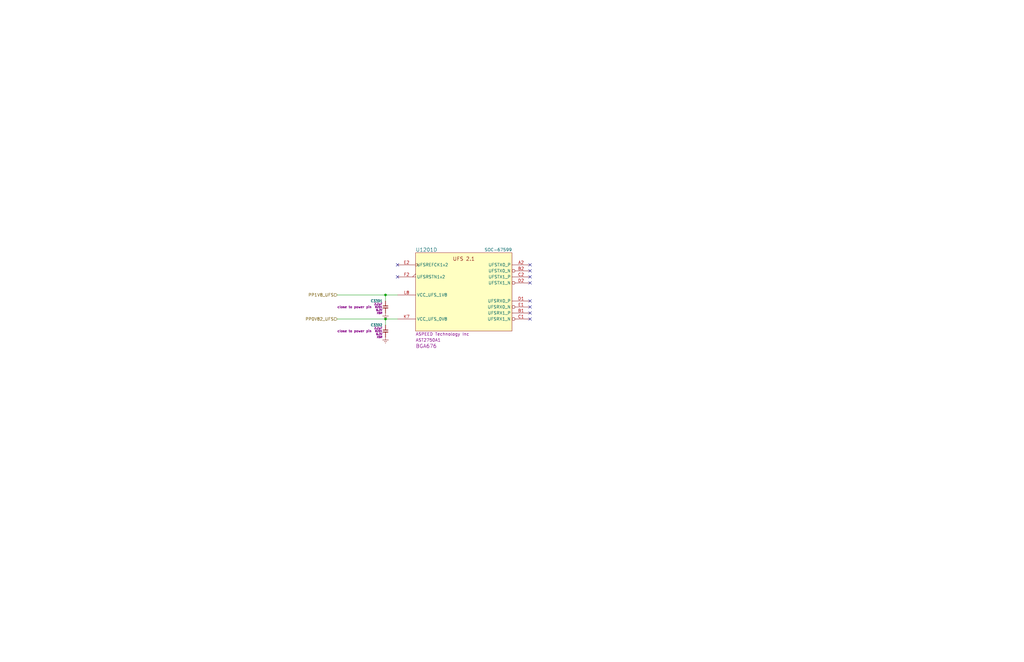
<source format=kicad_sch>
(kicad_sch (version 20231120) (generator "eeschema") (generator_version "8.0")
  (paper "B")
  (title_block (title "${PROJ}") (rev "${REV}") (company "${RPN}") (comment 1 "UFS"))
  (lib_symbols
    (symbol "Capacitors, ceramic, Murata:CCM-722AA" (pin_numbers hide) (pin_names (offset 0) hide)
      (property "Reference" "C" (at 1.27 2.54 0))
      (property "val" "2.2µF" (at 1.27 1.27 0))
      (property "pkg" "0201" (at 1.27 0 0))
      (property "volt" "6.3V" (at 1.27 -1.27 0))
      (property "type" "X5R" (at 1.27 -2.54 0))
      (symbol "CCM-722AA_1_1"
        (pin passive line (at 0 2.54 270) (length 2.032) (name "~") (number "1"))
        (pin passive line (at 0 -2.54 90) (length 2.032) (name "~") (number "2"))
      )
    )
    (symbol "Power:GND" (power) (pin_names (offset 0)) (in_bom no) (on_board no)
      (symbol "GND_1_1"
        (pin power_in line (at 0 0 270) (length 0) hide (name "GND") (number "1"))
      )
    )
    (symbol "SoCs, non-Rivos:SOC-67599"
      (property "Reference" "U" (at -17.78 57.15 0))
      (property "Value" "SOC-67599" (at 17.78 57.15 0))
      (property "mfr" "ASPEED Technology Inc" (at -17.78 -58.42 0))
      (property "mpn" "AST2750A1" (at -17.78 -60.96 0))
      (property "pkg" "BGA676" (at -17.78 -63.5 0))
      (symbol "SOC-67599_1_1"
        (text "PCIe0" (at -8.89 22.86 0) (effects (font (size 1.524 1.524)) (justify left)))
        (text "PCIe1" (at 2.54 22.86 0) (effects (font (size 1.524 1.524)) (justify left)))
        (pin input line (at -27.94 20.32 0) (length 7.62) (name "PE0CK_P") (number "AA10"))
        (pin passive line (at -27.94 -20.32 0) (length 7.62) hide (name "VCC_PEG4_1V8[1:0]") (number "AA7"))
        (pin power_in line (at -27.94 -10.16 0) (length 7.62) (name "VCC_PEG4_0V8[1:0]") (number "AA8"))
        (pin input inverted_clock (at 27.94 17.78 180) (length 7.62) (name "PE1CK_N") (number "AA9"))
        (pin input inverted_clock (at -27.94 17.78 0) (length 7.62) (name "PE0CK_N") (number "AB10"))
        (pin passive line (at -27.94 -10.16 0) (length 7.62) hide (name "VCC_PEG4_0V8[1:0]") (number "AB8"))
        (pin input inverted (at 27.94 2.54 180) (length 7.62) (name "PE1RX_N") (number "AC7"))
        (pin output inverted (at 27.94 10.16 180) (length 7.62) (name "PE1TX_N") (number "AC9"))
        (pin input line (at 27.94 -10.16 180) (length 7.62) (name "PCIEREF") (number "AD11"))
        (pin input line (at 27.94 5.08 180) (length 7.62) (name "PE1RX_P") (number "AD7"))
        (pin output line (at 27.94 12.7 180) (length 7.62) (name "PE1TX_P") (number "AD9"))
        (pin output line (at -27.94 12.7 0) (length 7.62) (name "PE0TX_P") (number "AE10"))
        (pin bidirectional line (at 27.94 -2.54 180) (length 7.62) (name "PCIE1RSTN1v8") (number "AE3"))
        (pin input line (at -27.94 5.08 0) (length 7.62) (name "PE0RX_P") (number "AE8"))
        (pin output inverted (at -27.94 10.16 0) (length 7.62) (name "PE0TX_N") (number "AF10"))
        (pin bidirectional line (at -27.94 -2.54 0) (length 7.62) (name "PCIE0RSTN1v8") (number "AF2"))
        (pin input inverted (at -27.94 2.54 0) (length 7.62) (name "PE0RX_N") (number "AF8"))
        (pin power_in line (at -27.94 -20.32 0) (length 7.62) (name "VCC_PEG4_1V8[1:0]") (number "Y8"))
        (pin input line (at 27.94 20.32 180) (length 7.62) (name "PE1CK_P") (number "Y9"))
      )
      (symbol "SOC-67599_2_1"
        (text "DP HBR" (at 0 11.43 0) (effects (font (size 1.524 1.524))))
        (pin input line (at 27.94 -8.89 180) (length 7.62) (name "DPHPD1v8") (number "AA6"))
        (pin power_in line (at -27.94 -8.89 0) (length 7.62) (name "VCC_DP_VCC12A_1V2") (number "AB5"))
        (pin power_in line (at -27.94 1.27 0) (length 7.62) (name "VCC_DP_VCC18A_1V8") (number "AB6"))
        (pin bidirectional inverted (at -27.94 6.35 0) (length 7.62) (name "DPAUX_N") (number "AC5"))
        (pin bidirectional line (at -27.94 8.89 0) (length 7.62) (name "DPAUX_P") (number "AD5"))
        (pin output inverted (at 27.94 -1.27 180) (length 7.62) (name "DPMLTX1_N") (number "AE5"))
        (pin output inverted (at 27.94 6.35 180) (length 7.62) (name "DPMLTX0_N") (number "AE6"))
        (pin output line (at 27.94 1.27 180) (length 7.62) (name "DPMLTX1_P") (number "AF5"))
        (pin output line (at 27.94 8.89 180) (length 7.62) (name "DPMLTX0_P") (number "AF6"))
      )
      (symbol "SOC-67599_3_1"
        (text "DDR4/DDR5" (at 0 53.34 0) (effects (font (size 1.524 1.524))))
        (pin output line (at 25.4 43.18 180) (length 7.62) (name "DDR5CK_P") (number "AA1"))
        (pin output inverted_clock (at 25.4 40.64 180) (length 7.62) (name "DDR5CK_N") (number "AA2"))
        (pin bidirectional line (at 25.4 -5.08 180) (length 7.62) (name "DDR4CA10") (number "AA4"))
        (pin output inverted_clock (at 25.4 48.26 180) (length 7.62) (name "DDR4CK_N") (number "AB1"))
        (pin output line (at 25.4 50.8 180) (length 7.62) (name "DDR4CK_P") (number "AB2"))
        (pin bidirectional line (at 25.4 35.56 180) (length 7.62) (name "DDR4BA0") (number "AB3"))
        (pin bidirectional line (at 25.4 33.02 180) (length 7.62) (name "DDR4BA1") (number "AC1"))
        (pin output output_low (at 25.4 -22.86 180) (length 7.62) (name "DDR4CASN") (number "AC3"))
        (pin bidirectional line (at 25.4 -12.7 180) (length 7.62) (name "DDR4CA13") (number "AD1"))
        (pin output output_low (at 25.4 -27.94 180) (length 7.62) (name "DDR4RASN") (number "AD2"))
        (pin output output_low (at 25.4 -40.64 180) (length 7.62) (name "DDR4CSN") (number "AD3"))
        (pin output output_low (at 25.4 -25.4 180) (length 7.62) (name "DDR4WEN") (number "AE1"))
        (pin output line (at 25.4 -45.72 180) (length 7.62) (name "DDR_ODT") (number "AE2"))
        (pin bidirectional inverted (at -25.4 33.02 0) (length 7.62) (name "DDRDQS0_N") (number "G1"))
        (pin bidirectional line (at -25.4 35.56 0) (length 7.62) (name "DDRDQS0_P") (number "G2"))
        (pin bidirectional line (at -25.4 22.86 0) (length 7.62) (name "DDRDQ0") (number "G3"))
        (pin bidirectional line (at -25.4 15.24 0) (length 7.62) (name "DDRDQ3") (number "H3"))
        (pin bidirectional line (at -25.4 20.32 0) (length 7.62) (name "DDRDQ1") (number "H4"))
        (pin bidirectional line (at -25.4 7.62 0) (length 7.62) (name "DDRDQ6") (number "J1"))
        (pin output line (at -25.4 27.94 0) (length 7.62) (name "DDRDM0") (number "J2"))
        (pin bidirectional line (at -25.4 12.7 0) (length 7.62) (name "DDRDQ4") (number "J3"))
        (pin bidirectional line (at -25.4 17.78 0) (length 7.62) (name "DDRDQ2") (number "J4"))
        (pin bidirectional line (at -25.4 5.08 0) (length 7.62) (name "DDRDQ7") (number "K2"))
        (pin bidirectional line (at -25.4 10.16 0) (length 7.62) (name "DDRDQ5") (number "K3"))
        (pin bidirectional line (at -25.4 -12.7 0) (length 7.62) (name "DDRDQ8") (number "L3"))
        (pin bidirectional inverted (at -25.4 -2.54 0) (length 7.62) (name "DDRDQS1_N") (number "M1"))
        (pin bidirectional line (at -25.4 0 0) (length 7.62) (name "DDRDQS1_P") (number "M2"))
        (pin bidirectional line (at -25.4 -15.24 0) (length 7.62) (name "DDRDQ9") (number "M3"))
        (pin bidirectional line (at -25.4 -20.32 0) (length 7.62) (name "DDRDQ11") (number "M4"))
        (pin bidirectional line (at -25.4 -25.4 0) (length 7.62) (name "DDRDQ13") (number "N1"))
        (pin bidirectional line (at -25.4 -17.78 0) (length 7.62) (name "DDRDQ10") (number "N2"))
        (pin output line (at -25.4 -7.62 0) (length 7.62) (name "DDRDM1") (number "N3"))
        (pin bidirectional line (at -25.4 -30.48 0) (length 7.62) (name "DDRDQ15") (number "P1"))
        (pin bidirectional line (at -25.4 -27.94 0) (length 7.62) (name "DDRDQ14") (number "P3"))
        (pin bidirectional line (at -25.4 -22.86 0) (length 7.62) (name "DDRDQ12") (number "P4"))
        (pin bidirectional line (at 25.4 -17.78 180) (length 7.62) (name "DDR4CKE_DDR5CSN") (number "R2"))
        (pin output output_low (at 25.4 -38.1 180) (length 7.62) (name "DDR4ACTN_DDR5CA2") (number "R3"))
        (pin bidirectional line (at 25.4 25.4 180) (length 7.62) (name "DDR4BG1_DDR5CA1") (number "R4"))
        (pin bidirectional line (at 25.4 2.54 180) (length 7.62) (name "DDR4CA7_DDR5CA6") (number "T1"))
        (pin bidirectional line (at 25.4 27.94 180) (length 7.62) (name "DDR4BG0_DDR5CA0") (number "T2"))
        (pin open_collector line (at 25.4 -33.02 180) (length 7.62) (name "DDR_ALERTN") (number "T4"))
        (pin bidirectional line (at 25.4 -2.54 180) (length 7.62) (name "DDR4CA9_DDR5CA3") (number "U1"))
        (pin bidirectional line (at 25.4 -10.16 180) (length 7.62) (name "DDR4CA12_DDR5CA4") (number "U2"))
        (pin bidirectional line (at 25.4 -7.62 180) (length 7.62) (name "DDR4CA11_DDR5CA5") (number "U3"))
        (pin bidirectional line (at 25.4 5.08 180) (length 7.62) (name "DDR4CA6_DDR5CA8") (number "U4"))
        (pin bidirectional line (at 25.4 0 180) (length 7.62) (name "DDR4CA8_DDR5CA7") (number "V1"))
        (pin bidirectional line (at 25.4 10.16 180) (length 7.62) (name "DDR4CA4_DDR5CA10") (number "V3"))
        (pin bidirectional line (at 25.4 15.24 180) (length 7.62) (name "DDR4CA2_DDR5CA12") (number "V4"))
        (pin output line (at -25.4 -48.26 0) (length 7.62) (name "DDRATO") (number "V5"))
        (pin bidirectional line (at 25.4 12.7 180) (length 7.62) (name "DDR4CA3_DDR5CA11") (number "W1"))
        (pin bidirectional line (at 25.4 7.62 180) (length 7.62) (name "DDR4CA5_DDR5CA9") (number "W2"))
        (pin bidirectional line (at 25.4 20.32 180) (length 7.62) (name "DDR4CA0") (number "W3"))
        (pin input line (at 25.4 -50.8 180) (length 7.62) (name "DDR_ZN") (number "W4"))
        (pin bidirectional line (at 25.4 17.78 180) (length 7.62) (name "DDR4CA1_DDR5CA13") (number "Y1"))
        (pin output output_low (at 25.4 -35.56 180) (length 7.62) (name "DDRRESETN") (number "Y2"))
        (pin output line (at -25.4 -50.8 0) (length 7.62) (name "DDRDTO") (number "Y3"))
      )
      (symbol "SOC-67599_4_1"
        (text "UFS 2.1" (at 0 13.97 0) (effects (font (size 1.524 1.524))))
        (pin output line (at 27.94 11.43 180) (length 7.62) (name "UFSTX0_P") (number "A2"))
        (pin input line (at 27.94 -8.89 180) (length 7.62) (name "UFSRX1_P") (number "B1"))
        (pin output inverted (at 27.94 8.89 180) (length 7.62) (name "UFSTX0_N") (number "B2"))
        (pin input inverted (at 27.94 -11.43 180) (length 7.62) (name "UFSRX1_N") (number "C1"))
        (pin output line (at 27.94 6.35 180) (length 7.62) (name "UFSTX1_P") (number "C2"))
        (pin input line (at 27.94 -3.81 180) (length 7.62) (name "UFSRX0_P") (number "D1"))
        (pin output inverted (at 27.94 3.81 180) (length 7.62) (name "UFSTX1_N") (number "D2"))
        (pin input inverted (at 27.94 -6.35 180) (length 7.62) (name "UFSRX0_N") (number "E1"))
        (pin output clock (at -27.94 11.43 0) (length 7.62) (name "UFSREFCK1v2") (number "E2"))
        (pin output output_low (at -27.94 6.35 0) (length 7.62) (name "UFSRSTN1v2") (number "F2"))
        (pin power_in line (at -27.94 -11.43 0) (length 7.62) (name "VCC_UFS_0V8") (number "K7"))
        (pin power_in line (at -27.94 -1.27 0) (length 7.62) (name "VCC_UFS_1V8") (number "L8"))
      )
      (symbol "SOC-67599_5_1"
        (text "USB2C supports USB-to-UART\n(access to UART11 and UART12)" (at -5.08 16.51 0) (effects (font (size 1 1)) (justify left)))
        (text "USB3.1 Gen2" (at 0 39.37 0) (effects (font (size 1.524 1.524))))
        (pin output inverted (at -27.94 34.29 0) (length 7.62) (name "USB3ATX_N") (number "A3"))
        (pin bidirectional line (at 27.94 29.21 180) (length 7.62) (name "USB2B_P") (number "A4"))
        (pin input inverted (at -27.94 11.43 0) (length 7.62) (name "USB3BRX_N") (number "A5"))
        (pin output line (at -27.94 36.83 0) (length 7.62) (name "USB3ATX_P") (number "B3"))
        (pin bidirectional inverted (at 27.94 26.67 180) (length 7.62) (name "USB2B_N") (number "B4"))
        (pin input line (at -27.94 13.97 0) (length 7.62) (name "USB3BRX_P") (number "B5"))
        (pin bidirectional line (at 27.94 36.83 180) (length 7.62) (name "USB2A_P") (number "C3"))
        (pin input line (at -27.94 29.21 0) (length 7.62) (name "USB3ARX_P") (number "C5"))
        (pin bidirectional inverted (at 27.94 34.29 180) (length 7.62) (name "USB2A_N") (number "D3"))
        (pin input inverted (at -27.94 26.67 0) (length 7.62) (name "USB3ARX_N") (number "D5"))
        (pin input line (at 27.94 -31.75 180) (length 7.62) (name "USB2ATXRTUNE") (number "E3"))
        (pin input line (at -27.94 -31.75 0) (length 7.62) (name "USB3RESREF") (number "E4"))
        (pin output line (at -27.94 21.59 0) (length 7.62) (name "USB3BTX_P") (number "E6"))
        (pin input line (at 27.94 -36.83 180) (length 7.62) (name "USB2BTXRTUNE") (number "F5"))
        (pin output inverted (at -27.94 19.05 0) (length 7.62) (name "USB3BTX_N") (number "F6"))
        (pin power_in line (at 27.94 3.81 180) (length 7.62) (name "VCCA_USB2C_3V3") (number "G15"))
        (pin input clock (at -27.94 6.35 0) (length 7.62) (name "USB25CK_P") (number "G6"))
        (pin bidirectional line (at 27.94 21.59 180) (length 7.62) (name "USB2C_P") (number "H15"))
        (pin input inverted_clock (at -27.94 3.81 0) (length 7.62) (name "USB25CK_N") (number "H6"))
        (pin bidirectional inverted (at 27.94 19.05 180) (length 7.62) (name "USB2C_N") (number "J15"))
        (pin power_in line (at 27.94 6.35 180) (length 7.62) (name "VCC_USB2_3V3") (number "J7"))
        (pin power_in line (at -27.94 -8.89 0) (length 7.62) (name "VCC_USB3_1V8[1:0]") (number "K10"))
        (pin power_in line (at 27.94 -19.05 180) (length 7.62) (name "VCC_USB2_0V8") (number "K11"))
        (pin power_in line (at 27.94 1.27 180) (length 7.62) (name "VCCA_USB2D_3V3") (number "K14"))
        (pin bidirectional line (at 27.94 13.97 180) (length 7.62) (name "USB2D_P") (number "K15"))
        (pin power_in line (at -27.94 -19.05 0) (length 7.62) (name "VCC_USB3_0V8[1:0]") (number "K9"))
        (pin passive line (at -27.94 -8.89 0) (length 7.62) hide (name "VCC_USB3_1V8[1:0]") (number "L10"))
        (pin power_in line (at 27.94 -8.89 180) (length 7.62) (name "VCC_USB2_1V8") (number "L11"))
        (pin bidirectional inverted (at 27.94 11.43 180) (length 7.62) (name "USB2D_N") (number "L15"))
        (pin passive line (at -27.94 -19.05 0) (length 7.62) hide (name "VCC_USB3_0V8[1:0]") (number "L9"))
      )
      (symbol "SOC-67599_6_1"
        (text "eMMC" (at -5.08 36.83 0) (effects (font (size 1.524 1.524))))
        (text "JTAG0 (M/S)" (at 7.62 29.21 0) (effects (font (size 1.524 1.524)) (justify left)))
        (text "JTAG1 (M)" (at 1.27 12.7 0) (effects (font (size 1.524 1.524)) (justify left)))
        (text "LTPI1 Rx" (at 10.16 -24.13 0) (effects (font (size 1.524 1.524)) (justify left)))
        (text "LTPI1 Tx" (at 10.16 -8.89 0) (effects (font (size 1.524 1.524)) (justify left)))
        (text "LTPI2 Rx" (at -10.16 -24.13 0) (effects (font (size 1.524 1.524)) (justify right)))
        (text "LTPI2 Tx" (at -10.16 -8.89 0) (effects (font (size 1.524 1.524)) (justify right)))
        (pin input line (at 45.72 29.21 180) (length 7.62) (name "TMS01v8") (number "AA5"))
        (pin bidirectional line (at -45.72 21.59 0) (length 7.62) (name "EMMCDAT3_GPIO18A5") (number "AB13"))
        (pin input input_low (at -45.72 1.27 0) (length 7.62) (name "EMMCCDN_VB0CSN_GPIO18A6") (number "AB14"))
        (pin bidirectional line (at -45.72 13.97 0) (length 7.62) (name "EMMCDAT5_VB0MISO_GPIO18B1_UFSCLKI") (number "AC13"))
        (pin output clock (at -45.72 34.29 0) (length 7.62) (name "EMMCCLK_VB1CSN_GPIO18A0") (number "AC14"))
        (pin input inverted (at 45.72 -29.21 180) (length 7.62) (name "LTPI1RX_N") (number "AC21"))
        (pin output line (at 45.72 -11.43 180) (length 7.62) (name "LTPI1TX_P") (number "AC23"))
        (pin bidirectional line (at -45.72 11.43 0) (length 7.62) (name "EMMCDAT6_DDCCLK_GPIO18B2") (number "AD13"))
        (pin bidirectional line (at -45.72 29.21 0) (length 7.62) (name "EMMCDAT0_VB1MOSI_GPIO18A2") (number "AD14"))
        (pin input line (at 45.72 -26.67 180) (length 7.62) (name "LTPI1RX_P") (number "AD21"))
        (pin output inverted (at 45.72 -13.97 180) (length 7.62) (name "LTPI1TX_N") (number "AD23"))
        (pin input input_low (at 45.72 34.29 180) (length 7.62) (name "NTRST01v8") (number "AD4"))
        (pin bidirectional line (at -45.72 8.89 0) (length 7.62) (name "EMMCDAT7_DDCDAT_GPIO18B3") (number "AE13"))
        (pin bidirectional line (at -45.72 26.67 0) (length 7.62) (name "EMMCDAT1_VB1MISO_GPIO18A3") (number "AE14"))
        (pin bidirectional line (at -45.72 3.81 0) (length 7.62) (name "EMMCCMD_VB1CK_GPIO18A1") (number "AE15"))
        (pin input inverted_clock (at 45.72 -21.59 180) (length 7.62) (name "LTPI1RXCK_N") (number "AE22"))
        (pin output inverted (at 45.72 -6.35 180) (length 7.62) (name "LTPI1TXCK_N") (number "AE24"))
        (pin input line (at 45.72 24.13 180) (length 7.62) (name "TDI01v8") (number "AE4"))
        (pin bidirectional line (at -45.72 16.51 0) (length 7.62) (name "EMMCDAT4_VB0MOSI_GPIO18B0") (number "AF13"))
        (pin bidirectional line (at -45.72 24.13 0) (length 7.62) (name "EMMCDAT2_GPIO18A4") (number "AF14"))
        (pin input clock (at 45.72 -19.05 180) (length 7.62) (name "LTPI1RXCK_P") (number "AF22"))
        (pin output line (at 45.72 -3.81 180) (length 7.62) (name "LTPI1TXCK_P") (number "AF24"))
        (pin input clock (at 45.72 31.75 180) (length 7.62) (name "TCK01v8") (number "AF3"))
        (pin output line (at 45.72 26.67 180) (length 7.62) (name "TDO01v8") (number "AF4"))
        (pin output output_low (at 45.72 19.05 180) (length 7.62) (name "GPIOQ2_MNTRST13v3") (number "D12"))
        (pin output line (at 45.72 13.97 180) (length 7.62) (name "GPIOQ4_MTMS13v3") (number "E11"))
        (pin output line (at 45.72 16.51 180) (length 7.62) (name "GPIOQ3_MTCK13v3") (number "F10"))
        (pin output line (at 45.72 11.43 180) (length 7.62) (name "GPIOQ5_MTDI13v3") (number "F11"))
        (pin input line (at 45.72 8.89 180) (length 7.62) (name "GPIOQ6_MTDO13v3") (number "F13"))
        (pin power_in line (at 45.72 3.81 180) (length 7.62) (name "VCC_BMC_3V3[3:0]") (number "G13"))
        (pin power_in line (at -45.72 -34.29 0) (length 7.62) (name "VCC_LTPIIO2_1V8[1:0]") (number "P19"))
        (pin power_in line (at 45.72 -34.29 180) (length 7.62) (name "VCC_LTPIIO_1V8[1:0]") (number "P20"))
        (pin passive line (at 45.72 -34.29 180) (length 7.62) hide (name "VCC_LTPIIO_1V8[1:0]") (number "P21"))
        (pin passive line (at -45.72 -34.29 0) (length 7.62) hide (name "VCC_LTPIIO2_1V8[1:0]") (number "R20"))
        (pin output inverted (at -45.72 -6.35 0) (length 7.62) (name "LTPI2TXCK_N") (number "T25"))
        (pin output line (at -45.72 -3.81 0) (length 7.62) (name "LTPI2TXCK_P") (number "T26"))
        (pin output inverted (at -45.72 -13.97 0) (length 7.62) (name "LTPI2TX_N") (number "U23"))
        (pin output line (at -45.72 -11.43 0) (length 7.62) (name "LTPI2TX_P") (number "U24"))
        (pin input inverted_clock (at -45.72 -21.59 0) (length 7.62) (name "LTPI2RXCK_N") (number "V25"))
        (pin input clock (at -45.72 -19.05 0) (length 7.62) (name "LTPI2RXCK_P") (number "V26"))
        (pin input inverted (at -45.72 -29.21 0) (length 7.62) (name "LTPI2RX_N") (number "W23"))
        (pin input line (at -45.72 -26.67 0) (length 7.62) (name "LTPI2RX_P") (number "W24"))
      )
      (symbol "SOC-67599_7_1"
        (text "eSPI0/1" (at 0 13.97 0) (effects (font (size 1.524 1.524))))
        (pin input input_low (at -58.42 3.81 0) (length 7.62) (name "ESPI0CSN_L0FRAMEN_GPIOM5") (number "B13"))
        (pin bidirectional line (at -58.42 -6.35 0) (length 7.62) (name "ESPI0D3_L0AD3_GPIOM3") (number "B14"))
        (pin bidirectional line (at -58.42 -3.81 0) (length 7.62) (name "ESPI0D2_L0AD2_GPIOM2") (number "B15"))
        (pin bidirectional line (at -58.42 1.27 0) (length 7.62) (name "ESPI0D0_L0AD0_GPIOM0") (number "B16"))
        (pin open_collector line (at 58.42 6.35 180) (length 7.62) (name "ESPI1ALTN_L1SIRQN_SD0CMD_GPIOA2_SDA3_VPIVS") (number "C11"))
        (pin bidirectional line (at 58.42 -3.81 180) (length 7.62) (name "ESPI1D2_L1AD2_SD0DAT2_GPIOA6_SDA2") (number "C12"))
        (pin bidirectional line (at 58.42 -6.35 180) (length 7.62) (name "ESPI1D3_L1AD3_SD0DAT3_GPIOA7_SCL3") (number "C13"))
        (pin input input_low (at 58.42 8.89 180) (length 7.62) (name "ESPI1RSTN_LPC1RSTN_SD0CDN_GPIOA1_SCL1_VPIHS") (number "C14"))
        (pin input input_low (at -58.42 8.89 0) (length 7.62) (name "ESPI0RSTN_LPC0RSTN_GPIOM7") (number "C15"))
        (pin input clock (at 58.42 11.43 180) (length 7.62) (name "ESPI1CK_L1CLK_SD0CLK_GPIOA0_SCL0_VPICLK") (number "C16"))
        (pin input clock (at -58.42 11.43 0) (length 7.62) (name "ESPI0CK_L0CLK_OSCCLK_GPIOM4") (number "C17"))
        (pin bidirectional line (at 58.42 -1.27 180) (length 7.62) (name "ESPI1D1_L1AD1_SD0DAT1_GPIOA5_SCL2_VPIR1") (number "D10"))
        (pin bidirectional line (at -58.42 -1.27 0) (length 7.62) (name "ESPI0D1_L0AD1_GPIOM1") (number "D14"))
        (pin input input_low (at 58.42 3.81 180) (length 7.62) (name "ESPI1CSN_L1FRAMEN_SD0WPN_GPIOA3_SDA0_VPIDE") (number "D9"))
        (pin open_collector line (at -58.42 6.35 0) (length 7.62) (name "ESPI0ALTN_L0SIRQN_GPIOM6") (number "E14"))
        (pin bidirectional line (at 58.42 1.27 180) (length 7.62) (name "ESPI1D0_L1AD0_SD0DAT0_GPIOA4_SDA1_VPIR0") (number "F14"))
        (pin power_in line (at 58.42 -11.43 180) (length 7.62) (name "VCC_ESPI1_1V8_3V3") (number "G17"))
        (pin power_in line (at -58.42 -11.43 0) (length 7.62) (name "VCC_ESPI0_1V8_3V3") (number "G18"))
      )
      (symbol "SOC-67599_8_1"
        (text "AST27x0A1: BOOT_FROM_UART strap at pin W16\n0: Disable (int. pulldown)\n1: Enable (ext. pullup required)" (at -29.21 -17.78 0) (effects (font (size 1 1)) (justify left)))
        (text "AST27x0A1: HeartBeat LED function strap at pin AC16\n0: Enable (int. pulldown)\n1: Disable (ext. pullup required)" (at -36.83 12.7 0) (effects (font (size 1 1)) (justify left)))
        (text "AST27x0A1: LTPI CRC mode sel. strap at pin AA14\n0: CRC option 1 (int. pulldown)\n1: CRC option 2" (at -29.21 -11.43 0) (effects (font (size 1 1)) (justify left)))
        (text "Debug / Boot from UART" (at -6.35 -26.67 0) (effects (font (size 1.524 1.524)) (justify left)))
        (text "UART / GPIO" (at -1.27 33.02 0) (effects (font (size 1.524 1.524))))
        (pin bidirectional line (at -52.07 -7.62 0) (length 7.62) (name "GPIOF5_NRTS1") (number "AA14"))
        (pin bidirectional line (at -52.07 5.08 0) (length 7.62) (name "GPIOF0_NCTS1_SIOONCTRLN1_HPM1GPO0") (number "AA15"))
        (pin bidirectional line (at -52.07 27.94 0) (length 7.62) (name "GPIOE1_NDCD0_SIOPBIN1") (number "AA16"))
        (pin bidirectional line (at 52.07 20.32 180) (length 7.62) (name "GPIOG3_RXD3_WDTRST1N_PWM9_SDA12_SM1CLKI") (number "AA17"))
        (pin bidirectional line (at -52.07 2.54 0) (length 7.62) (name "GPIOF1_NDCD1_SIOPWRGD1_HPM1GPO1") (number "AB15"))
        (pin bidirectional line (at -52.07 17.78 0) (length 7.62) (name "GPIOE5_NRTS0_SIOPWREQN1") (number "AB16"))
        (pin output line (at 52.07 7.62 180) (length 7.62) (name "TXD5_GPIOG4_WDTRST2N_PWM10_SCL13_SM1MOSII") (number "AB17"))
        (pin bidirectional line (at 52.07 30.48 180) (length 7.62) (name "GPIOG0_TXD2") (number "AB18"))
        (pin bidirectional line (at -52.07 0 0) (length 7.62) (name "GPIOF2_NDSR1_SALT2") (number "AC15"))
        (pin output line (at -52.07 15.24 0) (length 7.62) (name "TXD0") (number "AC16"))
        (pin bidirectional line (at 52.07 0 180) (length 7.62) (name "GPIOG6_TXD6_PWM12_SALT0_SCL14_SM1IO2I") (number "AC17"))
        (pin bidirectional line (at 52.07 27.94 180) (length 7.62) (name "GPIOG1_RXD2_SCL12") (number "AC18"))
        (pin output line (at 52.07 15.24 180) (length 7.62) (name "TXD41v8") (number "AD12"))
        (pin bidirectional line (at -52.07 -2.54 0) (length 7.62) (name "GPIOF3_NRI1_SALT3") (number "AD15"))
        (pin input line (at 52.07 5.08 180) (length 7.62) (name "RXD5_GPIOG5_WDTRST3N_PWM11_SDA13_SM1MISOI") (number "AD16"))
        (pin bidirectional line (at 52.07 -2.54 180) (length 7.62) (name "GPIOG7_RXD6_PWM13_SALT1_SDA14_SM1IO3I") (number "AD17"))
        (pin input line (at 52.07 12.7 180) (length 7.62) (name "RXD41v8") (number "AE12"))
        (pin bidirectional line (at 52.07 -5.08 180) (length 7.62) (name "GPIOH0_TXD7_PWM14_SCL15_SM1CS0NO") (number "AE16"))
        (pin bidirectional line (at 52.07 -7.62 180) (length 7.62) (name "GPIOH1_RXD7_PWM15_SDA15_SM1MUXSEL") (number "AE17"))
        (pin input line (at -52.07 12.7 0) (length 7.62) (name "RXD0") (number "AF16"))
        (pin bidirectional line (at -52.07 30.48 0) (length 7.62) (name "GPIOE0_NCTS0_SIOPBON1") (number "AF17"))
        (pin output line (at 52.07 -22.86 180) (length 7.62) (name "BMCUART_TXD12") (number "D11"))
        (pin input line (at 52.07 -25.4 180) (length 7.62) (name "BMCUART_RXD12") (number "D13"))
        (pin power_in line (at 52.07 -30.48 180) (length 7.62) (name "VCC_BMC_3V3[3:0]") (number "G14"))
        (pin power_in line (at 52.07 -12.7 180) (length 7.62) (name "VCC_PG2_1V8_3V3[1:0]") (number "H16"))
        (pin bidirectional line (at -52.07 20.32 0) (length 7.62) (name "GPIOE4_NDTR0_SIOS5N1") (number "J13"))
        (pin passive line (at 52.07 -12.7 180) (length 7.62) hide (name "VCC_PG2_1V8_3V3[1:0]") (number "J16"))
        (pin bidirectional line (at 52.07 22.86 180) (length 7.62) (name "GPIOG2_TXD3_WDTRST0N_PWM8_SM1CS0NI") (number "K13"))
        (pin power_in line (at -52.07 -22.86 0) (length 7.62) (name "VCC_SYSUART_1V8_3V3[1:0]") (number "K16"))
        (pin passive line (at -52.07 -22.86 0) (length 7.62) hide (name "VCC_SYSUART_1V8_3V3[1:0]") (number "L16"))
        (pin bidirectional line (at -52.07 -12.7 0) (length 7.62) (name "GPIOF7_RXD1") (number "V16"))
        (pin bidirectional line (at -52.07 22.86 0) (length 7.62) (name "GPIOE3_NRI0_SIOS3N1") (number "V17"))
        (pin bidirectional line (at -52.07 -10.16 0) (length 7.62) (name "GPIOF6_TXD1") (number "W16"))
        (pin bidirectional line (at -52.07 -5.08 0) (length 7.62) (name "GPIOF4_NDTR1_HPM1GPO2") (number "Y15"))
        (pin bidirectional line (at -52.07 25.4 0) (length 7.62) (name "GPIOE2_NDSR0_SIOSCIN1") (number "Y16"))
      )
      (symbol "SOC-67599_9_1"
        (text "MISC" (at 0 11.43 0) (effects (font (size 1.524 1.524))))
        (text "PECI" (at -1.27 -3.81 0) (effects (font (size 1.524 1.524)) (justify left)))
        (pin input input_low (at -33.02 3.81 0) (length 7.62) (name "SRSTN1v8") (number "AB11"))
        (pin input input_low (at -33.02 1.27 0) (length 7.62) (name "EXTRSTN1v8") (number "AB12"))
        (pin output output_low (at -33.02 -6.35 0) (length 7.62) (name "RSTIND1v8") (number "AB4"))
        (pin input line (at 33.02 8.89 180) (length 7.62) (name "ENTEST1v8") (number "AC11"))
        (pin input clock (at -33.02 8.89 0) (length 7.62) (name "CLKIN1v8") (number "AC12"))
        (pin bidirectional line (at 33.02 -1.27 180) (length 7.62) (name "PECI") (number "AD24"))
        (pin input input_low (at -33.02 -1.27 0) (length 7.62) (name "SSPRSTN1v8") (number "AF12"))
        (pin input input_low (at -33.02 -8.89 0) (length 7.62) (name "TSTRSTN") (number "AF15"))
        (pin power_in line (at 33.02 -6.35 180) (length 7.62) (name "VCC_PECIVDD_1V0") (number "L23"))
        (pin input input_low (at 33.02 3.81 180) (length 7.62) (name "CHASIN") (number "V15"))
      )
      (symbol "SOC-67599_10_1"
        (text "GPIO / TACH / PWM" (at 0 22.86 0) (effects (font (size 1.524 1.524))))
        (text "SCMGPO[11:0] will drive output 0 during power on until uboot \nconfiguration, make sure no harm to the peripherals connected." (at -49.53 -19.05 0) (effects (font (size 1 1)) (justify left)))
        (pin bidirectional line (at -58.42 17.78 0) (length 7.62) (name "GPIOB1_TACH1_THRUOUT0_SCMGPO1_VPIR3") (number "AA25"))
        (pin bidirectional line (at -58.42 15.24 0) (length 7.62) (name "GPIOB2_TACH2_THRUIN1_SCMGPO2_VPIR4") (number "AB23"))
        (pin bidirectional line (at 58.42 20.32 180) (length 7.62) (name "GPIOC2_TACH10_SALT12_NCTS6_SCMGPO10_VPIG4") (number "AB26"))
        (pin bidirectional line (at -58.42 20.32 0) (length 7.62) (name "GPIOB0_TACH0_THRUIN0_SCMGPO0_VPIR2") (number "AC26"))
        (pin bidirectional line (at 58.42 -15.24 180) (length 7.62) (name "GPIOD7_PWM7_SIOPWRGD0_SM0MUXSEL_HPM0GPO3") (number "AD22"))
        (pin bidirectional line (at 58.42 0 180) (length 7.62) (name "GPIOD1_PWM1_SIOPBIN0_SM0CLKI_HPM0GPI1_VPIB3") (number "AD25"))
        (pin bidirectional line (at 58.42 17.78 180) (length 7.62) (name "GPIOC3_TACH11_SALT13_NDCD6_SCMGPO11_VPIG5") (number "AD26"))
        (pin bidirectional line (at 58.42 -10.16 180) (length 7.62) (name "GPIOD5_PWM5_SIOPWREQN0_SM0IO3I_HPM0GPO1_VPIB7") (number "AE21"))
        (pin bidirectional line (at 58.42 -12.7 180) (length 7.62) (name "GPIOD6_PWM6_SIOONCTRLN0_SM0CS0NO_HPM0GPO2") (number "AE23"))
        (pin bidirectional line (at 58.42 2.54 180) (length 7.62) (name "GPIOD0_PWM0_SIOPBON0_SM0CS0NI_HPM0GPI0_VPIB2") (number "AE25"))
        (pin bidirectional line (at 58.42 12.7 180) (length 7.62) (name "GPIOC5_TACH13_SALT15_NRI6_SCMGPI1_VPIG7") (number "AE26"))
        (pin bidirectional line (at 58.42 -5.08 180) (length 7.62) (name "GPIOD3_PWM3_SIOS3N0_SM0MISOI_HPM0GPI3_VPIB5") (number "AF20"))
        (pin bidirectional line (at 58.42 -7.62 180) (length 7.62) (name "GPIOD4_PWM4_SIOS5N0_SM0IO2I_HPM0GPO0_VPIB6") (number "AF21"))
        (pin bidirectional line (at 58.42 -2.54 180) (length 7.62) (name "GPIOD2_PWM2_SIOSCIN0_SM0MOSII_HPM0GPI2_VPIB4") (number "AF23"))
        (pin bidirectional line (at 58.42 7.62 180) (length 7.62) (name "GPIOC7_TACH15_NRTS6_SM0CS0NI_SCMGPI3_VPIB1") (number "AF25"))
        (pin bidirectional line (at 58.42 10.16 180) (length 7.62) (name "GPIOC6_TACH14_NDTR6_SCMGPI2_VPIB0") (number "AF26"))
        (pin power_in line (at 58.42 -20.32 180) (length 7.62) (name "VCC_PG1_1V8_3V3[1:0]") (number "L25"))
        (pin power_in line (at -58.42 -7.62 0) (length 7.62) (name "VCC_PG0_1V8_3V3") (number "M24"))
        (pin passive line (at 58.42 -20.32 180) (length 7.62) hide (name "VCC_PG1_1V8_3V3[1:0]") (number "M25"))
        (pin bidirectional line (at -58.42 2.54 0) (length 7.62) (name "GPIOB7_TACH7_NRI5_SCMGPO7_VPIG1") (number "N25"))
        (pin bidirectional line (at -58.42 7.62 0) (length 7.62) (name "GPIOB5_TACH5_NDCD5_SCMGPO5_VPIR7") (number "N26"))
        (pin bidirectional line (at -58.42 5.08 0) (length 7.62) (name "GPIOB6_TACH6_NDSR5_SCMGPO6_VPIG0") (number "P25"))
        (pin bidirectional line (at 58.42 15.24 180) (length 7.62) (name "GPIOC4_TACH12_SALT14_NDSR6_SCMGPI0_VPIG6") (number "P26"))
        (pin bidirectional line (at -58.42 12.7 0) (length 7.62) (name "GPIOB3_TACH3_THRUOUT1_SCMGPO3_VPIR5") (number "U22"))
        (pin bidirectional line (at -58.42 10.16 0) (length 7.62) (name "GPIOB4_TACH4_NCTS5_SCMGPO4_VPIR6") (number "V21"))
        (pin bidirectional line (at -58.42 0 0) (length 7.62) (name "GPIOC0_TACH8_NDTR5_SCMGPO8_VPIG2") (number "V23"))
        (pin bidirectional line (at -58.42 -2.54 0) (length 7.62) (name "GPIOC1_TACH9_NRTS5_SCMGPO9_VPIG3") (number "W22"))
      )
      (symbol "SOC-67599_11_1"
        (text "FSI/I3CLV1" (at -15.24 -25.4 0) (effects (font (size 1.524 1.524)) (justify left)))
        (text "I3CHV0" (at 7.62 26.67 0) (effects (font (size 1.524 1.524)) (justify left)))
        (text "I3CHV1" (at -15.24 26.67 0) (effects (font (size 1.524 1.524)) (justify left)))
        (text "I3CLV1" (at -15.24 -5.08 0) (effects (font (size 1.524 1.524)) (justify left)))
        (pin bidirectional line (at -55.88 -2.54 0) (length 7.62) (name "GPIOJ3_I3CSDA5") (number "AA20"))
        (pin bidirectional line (at -55.88 -20.32 0) (length 7.62) (name "GPIOK2_I3CSCL9_FSI1CLK") (number "AA21"))
        (pin bidirectional line (at -55.88 -5.08 0) (length 7.62) (name "GPIOJ4_I3CSCL6") (number "AA22"))
        (pin bidirectional line (at -55.88 27.94 0) (length 7.62) (name "GPIOI4_HVI3C14SCL_SCL14") (number "AA23"))
        (pin bidirectional line (at 55.88 30.48 180) (length 7.62) (name "GPIOL3_HVI3CSDA1_SDA9") (number "AA24"))
        (pin bidirectional line (at 55.88 25.4 180) (length 7.62) (name "GPIOL5_HVI3CSDA2_SDA10") (number "AA26"))
        (pin bidirectional line (at -55.88 -7.62 0) (length 7.62) (name "GPIOJ5_I3CSDA6") (number "AB20"))
        (pin bidirectional line (at -55.88 -22.86 0) (length 7.62) (name "GPIOK3_I3CSDA9_FSI1DATA") (number "AB21"))
        (pin bidirectional line (at -55.88 22.86 0) (length 7.62) (name "GPIOI6_HVI3C15SCL_SCL15") (number "AB22"))
        (pin bidirectional line (at -55.88 -25.4 0) (length 7.62) (name "GPIOK4_I3CSCL10_FSI2CLK") (number "AC19"))
        (pin bidirectional line (at -55.88 -17.78 0) (length 7.62) (name "GPIOK1_I3CSDA8_FSI0DATA") (number "AC20"))
        (pin bidirectional line (at -55.88 25.4 0) (length 7.62) (name "GPIOI5_HVI3C14SDA_SDA14") (number "AC22"))
        (pin bidirectional line (at -55.88 -33.02 0) (length 7.62) (name "GPIOK7_I3CSDA11_FSI3DATA") (number "AD18"))
        (pin bidirectional line (at -55.88 -30.48 0) (length 7.62) (name "GPIOK6_I3CSCL11_FSI3CLK") (number "AD19"))
        (pin bidirectional line (at -55.88 -15.24 0) (length 7.62) (name "GPIOK0_I3CSCL8_FSI0CLK") (number "AD20"))
        (pin bidirectional line (at -55.88 -27.94 0) (length 7.62) (name "GPIOK5_I3CSDA10_FSI2DATA") (number "AE18"))
        (pin bidirectional line (at -55.88 -12.7 0) (length 7.62) (name "GPIOJ7_I3CSDA7") (number "AE19"))
        (pin bidirectional line (at -55.88 5.08 0) (length 7.62) (name "GPIOJ0_I3CSCL4") (number "AE20"))
        (pin bidirectional line (at -55.88 -10.16 0) (length 7.62) (name "GPIOJ6_I3CSCL7") (number "AF18"))
        (pin bidirectional line (at -55.88 2.54 0) (length 7.62) (name "GPIOJ1_I3CSDA4") (number "AF19"))
        (pin power_in line (at -55.88 -38.1 0) (length 7.62) (name "VCC_I3CVDDL1_1V0[2:0]") (number "N24"))
        (pin power_in line (at 55.88 15.24 180) (length 7.62) (name "VCC_I3CVDDH0_1V8_3V3[1:0]") (number "P22"))
        (pin passive line (at 55.88 15.24 180) (length 7.62) hide (name "VCC_I3CVDDH0_1V8_3V3[1:0]") (number "P23"))
        (pin passive line (at -55.88 -38.1 0) (length 7.62) hide (name "VCC_I3CVDDL1_1V0[2:0]") (number "P24"))
        (pin passive line (at -55.88 -38.1 0) (length 7.62) hide (name "VCC_I3CVDDL1_1V0[2:0]") (number "R24"))
        (pin bidirectional line (at 55.88 27.94 180) (length 7.62) (name "GPIOL4_HVI3CSCL2_SCL10") (number "R25"))
        (pin bidirectional line (at 55.88 22.86 180) (length 7.62) (name "GPIOL6_HVI3CSCL3_SCL11") (number "R26"))
        (pin power_in line (at -55.88 15.24 0) (length 7.62) (name "VCC_I3CVDDH1_1V8_3V3[1:0]") (number "T21"))
        (pin passive line (at -55.88 15.24 0) (length 7.62) hide (name "VCC_I3CVDDH1_1V8_3V3[1:0]") (number "T22"))
        (pin bidirectional line (at 55.88 38.1 180) (length 7.62) (name "GPIOL0_HVI3CSCL0_SCL8") (number "U25"))
        (pin bidirectional line (at 55.88 35.56 180) (length 7.62) (name "GPIOL1_HVI3CSDA0_SDA8") (number "U26"))
        (pin bidirectional line (at -55.88 30.48 0) (length 7.62) (name "GPIOI3_HVI3C13SDA_SDA13") (number "W21"))
        (pin bidirectional line (at -55.88 38.1 0) (length 7.62) (name "GPIOI0_HVI3C12SCL_SCL12") (number "W25"))
        (pin bidirectional line (at -55.88 20.32 0) (length 7.62) (name "GPIOI7_HVI3C15SDA_SDA15") (number "Y21"))
        (pin bidirectional line (at -55.88 0 0) (length 7.62) (name "GPIOJ2_I3CSCL5") (number "Y22"))
        (pin bidirectional line (at -55.88 35.56 0) (length 7.62) (name "GPIOI1_HVI3C12SDA_SDA12") (number "Y23"))
        (pin bidirectional line (at -55.88 33.02 0) (length 7.62) (name "GPIOI2_HVI3C13SCL_SCL13") (number "Y24"))
        (pin bidirectional line (at 55.88 20.32 180) (length 7.62) (name "GPIOL7_HVI3CSDA3_SDA11") (number "Y25"))
        (pin bidirectional line (at 55.88 33.02 180) (length 7.62) (name "GPIOL2_HVI3CSCL1_SCL9") (number "Y26"))
      )
      (symbol "SOC-67599_12_1"
        (text "FWSPI" (at -17.78 34.29 0) (effects (font (size 1.524 1.524))))
        (text "SPI0 - SOC0" (at -15.24 -3.81 0) (effects (font (size 1.524 1.524))))
        (text "SPI1 - SOC1" (at 11.43 34.29 0) (effects (font (size 1.524 1.524))))
        (text "SPI2 - HPM FPGA" (at 2.54 -26.67 0) (effects (font (size 1.524 1.524))))
        (pin output output_low (at -48.26 8.89 0) (length 7.62) (name "FWSPICS2N") (number "A12"))
        (pin output output_low (at -48.26 11.43 0) (length 7.62) (name "FWSPICS1N") (number "A13"))
        (pin input line (at -48.26 16.51 0) (length 7.62) (name "GPIOP7_FWSPIABR") (number "A14"))
        (pin bidirectional line (at -48.26 19.05 0) (length 7.62) (name "FWSPIDQ3_GPIOU7") (number "A15"))
        (pin input line (at -48.26 24.13 0) (length 7.62) (name "FWSPIMISO") (number "A16"))
        (pin output line (at -48.26 26.67 0) (length 7.62) (name "FWSPIMOSI") (number "A17"))
        (pin input line (at 48.26 11.43 180) (length 7.62) (name "GPIOO7_SPI1WPN_THRUOUT2") (number "A18"))
        (pin input line (at 48.26 13.97 180) (length 7.62) (name "GPIOO6_SPI1ABR_THRUIN2") (number "A19"))
        (pin output output_low (at 48.26 16.51 180) (length 7.62) (name "SPI1CS0") (number "A20"))
        (pin bidirectional line (at 48.26 19.05 180) (length 7.62) (name "GPIOO5_SPI1CS1_RXD11") (number "A21"))
        (pin bidirectional line (at 48.26 -11.43 180) (length 7.62) (name "GPIOP3_SPI2MISO") (number "A22"))
        (pin bidirectional line (at 48.26 -8.89 180) (length 7.62) (name "GPIOP2_SPI2MOSI") (number "A23"))
        (pin bidirectional line (at 48.26 26.67 180) (length 7.62) (name "SPI1MISO_TXD10") (number "A24"))
        (pin bidirectional line (at 48.26 29.21 180) (length 7.62) (name "SPI1MOSI_RXD9") (number "A25"))
        (pin bidirectional line (at 48.26 -19.05 180) (length 7.62) (name "GPIOP6_SPI2CS1N_HPM1GPO3") (number "A26"))
        (pin bidirectional line (at -48.26 -16.51 0) (length 7.62) (name "GPION4_SPI0DQ3") (number "B18"))
        (pin input line (at -48.26 -26.67 0) (length 7.62) (name "GPION7_SPI0WPN_RXD8") (number "B19"))
        (pin output output_low (at -48.26 -21.59 0) (length 7.62) (name "SPI0CS0_SPI0CS0") (number "B20"))
        (pin bidirectional line (at -48.26 -19.05 0) (length 7.62) (name "GPION5_SPI0CS1") (number "B21"))
        (pin bidirectional line (at -48.26 -11.43 0) (length 7.62) (name "SPI0MISO_GPION2") (number "B22"))
        (pin bidirectional line (at -48.26 -8.89 0) (length 7.62) (name "SPI0MOSI_GPION1") (number "B23"))
        (pin bidirectional line (at 48.26 24.13 180) (length 7.62) (name "GPIOO3_SPI1DQ2_RXD10") (number "B24"))
        (pin bidirectional line (at 48.26 -13.97 180) (length 7.62) (name "GPIOP4_SPI2DQ2_THRUIN3") (number "B25"))
        (pin output clock (at 48.26 31.75 180) (length 7.62) (name "SPI1CK_TXD9") (number "B26"))
        (pin bidirectional line (at -48.26 -13.97 0) (length 7.62) (name "GPION3_SPI0DQ2") (number "C23"))
        (pin output clock (at -48.26 29.21 0) (length 7.62) (name "FWSPICK") (number "C24"))
        (pin output output_low (at -48.26 31.75 0) (length 7.62) (name "FWSPICS0N") (number "C25"))
        (pin bidirectional line (at 48.26 -6.35 180) (length 7.62) (name "GPIOP1_SPI2CK") (number "C26"))
        (pin output clock (at -48.26 -6.35 0) (length 7.62) (name "SPI0CK") (number "D24"))
        (pin bidirectional line (at 48.26 -3.81 180) (length 7.62) (name "GPIOP0_SPI2CS0N") (number "D26"))
        (pin power_in line (at -48.26 -31.75 0) (length 7.62) (name "VCC_SPI0_1V8_3V3[1:0]") (number "E22"))
        (pin passive line (at -48.26 -31.75 0) (length 7.62) hide (name "VCC_SPI0_1V8_3V3[1:0]") (number "E23"))
        (pin power_in line (at 48.26 6.35 180) (length 7.62) (name "VCC_SPI1_1V8_3V3[1:0]") (number "E24"))
        (pin bidirectional line (at 48.26 21.59 180) (length 7.62) (name "GPIOO4_SPI1DQ3_TXD11") (number "E26"))
        (pin passive line (at 48.26 6.35 180) (length 7.62) hide (name "VCC_SPI1_1V8_3V3[1:0]") (number "F24"))
        (pin bidirectional line (at 48.26 -16.51 180) (length 7.62) (name "GPIOP5_SPI2DQ3_THRUOUT3") (number "F26"))
        (pin power_in line (at -48.26 3.81 0) (length 7.62) (name "VCC_FWSPI_3V3[1:0]") (number "G21"))
        (pin passive line (at -48.26 3.81 0) (length 7.62) hide (name "VCC_FWSPI_3V3[1:0]") (number "G22"))
        (pin power_in line (at 48.26 -24.13 180) (length 7.62) (name "VCC_SPI2_1V8_3V3[1:0]") (number "G23"))
        (pin passive line (at 48.26 -24.13 180) (length 7.62) hide (name "VCC_SPI2_1V8_3V3[1:0]") (number "H23"))
        (pin input line (at -48.26 -24.13 0) (length 7.62) (name "GPION6_SPI0ABR_TXD8") (number "M15"))
        (pin bidirectional line (at -48.26 21.59 0) (length 7.62) (name "FWSPIDQ2_GPIOU6") (number "M16"))
        (pin input line (at -48.26 13.97 0) (length 7.62) (name "GPIOQ7_FWSPIWPN") (number "N15"))
      )
      (symbol "SOC-67599_13_1"
        (text "AST27x0A1: LTPI driving strength \nDS0/DS1 strap at pin C18/N13\nrequire ext. pulls to set LVDS driving strengh" (at 1.27 17.78 0) (effects (font (size 1 1)) (justify left)))
        (text "MAC0" (at -16.51 6.35 0) (effects (font (size 1.524 1.524))))
        (text "MAC1" (at 1.27 6.35 0) (effects (font (size 1.524 1.524))))
        (text "PCIE2SGMII" (at 15.24 -15.24 0) (effects (font (size 1.524 1.524))))
        (text "PCIE2SGMII-MDIO" (at 8.89 -48.26 0) (effects (font (size 1.524 1.524))))
        (pin bidirectional line (at -58.42 31.75 0) (length 7.62) (name "GPIOR7_RGMII0TXCTL_RMII0TXEN") (number "A6"))
        (pin bidirectional line (at -58.42 41.91 0) (length 7.62) (name "GPIOR4_RGMII0RXD2_RMII0CRSDV") (number "A7"))
        (pin bidirectional line (at -58.42 46.99 0) (length 7.62) (name "GPIOR2_RGMII0RXD0_RMII0RXD0") (number "A8"))
        (pin bidirectional line (at 58.42 41.91 180) (length 7.62) (name "GPIOT4_RGMII1RXD2_RMII1CRSDV_SGPM1LD") (number "B10"))
        (pin bidirectional line (at 58.42 49.53 180) (length 7.62) (name "GPIOT1_RGMII1RXCTL_SGPSLD") (number "B11"))
        (pin bidirectional line (at 58.42 44.45 180) (length 7.62) (name "GPIOT3_RGMII1RXD1_RMII1RXD1_RXD3") (number "B12"))
        (pin bidirectional line (at -58.42 29.21 0) (length 7.62) (name "GPIOS0_RGMII0TXD0_RMII0TXD0") (number "B6"))
        (pin bidirectional line (at -58.42 24.13 0) (length 7.62) (name "GPIOS2_RGMII0TXD2") (number "B7"))
        (pin bidirectional line (at -58.42 21.59 0) (length 7.62) (name "GPIOS3_RGMII0TXD3") (number "B8"))
        (pin bidirectional clock (at -58.42 16.51 0) (length 7.62) (name "GPIOS4_MDC0") (number "B9"))
        (pin bidirectional line (at 58.42 13.97 180) (length 7.62) (name "GPIOU5_MDIO1") (number "C10"))
        (pin bidirectional clock (at 58.42 34.29 180) (length 7.62) (name "GPIOT6_RGMII1TXCK_RMII1RCLKO_SGPSCK") (number "C18"))
        (pin bidirectional line (at -58.42 49.53 0) (length 7.62) (name "GPIOR1_RGMII0RXCTL") (number "C19"))
        (pin bidirectional clock (at -58.42 52.07 0) (length 7.62) (name "GPIOR0_RGMII0RXCK_RMII0RCLKI") (number "C20"))
        (pin bidirectional line (at 58.42 31.75 180) (length 7.62) (name "GPIOT7_RGMII1TXCTL_RMII1TXEN") (number "C6"))
        (pin bidirectional line (at 58.42 29.21 180) (length 7.62) (name "GPIOU0_RGMII1TXD0_RMII1TXD0_SGPM1O") (number "C7"))
        (pin bidirectional line (at 58.42 21.59 180) (length 7.62) (name "GPIOU3_RGMII1TXD3_SGPSMI") (number "C8"))
        (pin bidirectional clock (at 58.42 16.51 180) (length 7.62) (name "GPIOU4_MDC1") (number "C9"))
        (pin bidirectional line (at 58.42 46.99 180) (length 7.62) (name "GPIOT2_RGMII1RXD0_RMII1RXD0_TXD3") (number "D15"))
        (pin bidirectional clock (at 58.42 52.07 180) (length 7.62) (name "GPIOT0_RGMII1RXCK_RMII1RCLKI_SGPM1CK") (number "D19"))
        (pin bidirectional clock (at -58.42 34.29 0) (length 7.62) (name "GPIOR6_RGMII0TXCK_RMII0RCLKO") (number "D20"))
        (pin bidirectional line (at 58.42 26.67 180) (length 7.62) (name "GPIOU1_RGMII1TXD1_RMII1TXD1_SGPM1I") (number "D7"))
        (pin bidirectional line (at 58.42 -44.45 180) (length 7.62) (name "GPIOQ0_MDIO2_PE2SGRSTN") (number "E10"))
        (pin bidirectional line (at 58.42 -46.99 180) (length 7.62) (name "GPIOQ1_MDC2") (number "E13"))
        (pin power_in line (at 58.42 8.89 180) (length 7.62) (name "VCC_RVDD1_1V8_3V3[2:0]") (number "E15"))
        (pin passive line (at 58.42 8.89 180) (length 7.62) hide (name "VCC_RVDD1_1V8_3V3[2:0]") (number "E16"))
        (pin passive line (at 58.42 8.89 180) (length 7.62) hide (name "VCC_RVDD1_1V8_3V3[2:0]") (number "E17"))
        (pin power_in line (at -58.42 8.89 0) (length 7.62) (name "VCC_RVDD0_1V8_3V3[2:0]") (number "E18"))
        (pin passive line (at -58.42 8.89 0) (length 7.62) hide (name "VCC_RVDD0_1V8_3V3[2:0]") (number "E19"))
        (pin passive line (at -58.42 8.89 0) (length 7.62) hide (name "VCC_RVDD0_1V8_3V3[2:0]") (number "E20"))
        (pin power_in line (at 58.42 -34.29 180) (length 7.62) (name "VCC_PESGA_IOCORE[1:0]") (number "G24"))
        (pin input line (at 58.42 -19.05 180) (length 7.62) (name "PE2SGRESREF") (number "G26"))
        (pin power_in line (at 58.42 -52.07 180) (length 7.62) (name "VCC_BMC_3V3[3:0]") (number "H13"))
        (pin passive line (at 58.42 -34.29 180) (length 7.62) hide (name "VCC_PESGA_IOCORE[1:0]") (number "H24"))
        (pin output inverted (at 58.42 -8.89 180) (length 7.62) (name "PE2SGTX_P") (number "H25"))
        (pin output line (at 58.42 -6.35 180) (length 7.62) (name "PE2SGTX_N") (number "H26"))
        (pin power_in line (at 58.42 -24.13 180) (length 7.62) (name "VCC_PESGH_3V3") (number "J23"))
        (pin input clock (at 58.42 -1.27 180) (length 7.62) (name "PE2SGCK_P") (number "J25"))
        (pin input inverted_clock (at 58.42 -3.81 180) (length 7.62) (name "PE2SGCK_N") (number "J26"))
        (pin input inverted (at 58.42 -13.97 180) (length 7.62) (name "PE2SGRX_N") (number "K25"))
        (pin input line (at 58.42 -11.43 180) (length 7.62) (name "PE2SGRX_P") (number "K26"))
        (pin bidirectional line (at -58.42 13.97 0) (length 7.62) (name "GPIOS5_MDIO0") (number "M14"))
        (pin bidirectional line (at 58.42 24.13 180) (length 7.62) (name "GPIOU2_RGMII1TXD2_SGPSMO") (number "N13"))
        (pin bidirectional line (at -58.42 26.67 0) (length 7.62) (name "GPIOS1_RGMII0TXD1_RMII0TXD1") (number "N14"))
        (pin bidirectional line (at 58.42 39.37 180) (length 7.62) (name "GPIOT5_RGMII1RXD3_RMII1RXER") (number "P13"))
        (pin bidirectional line (at -58.42 39.37 0) (length 7.62) (name "GPIOR5_RGMII0RXD3_RMII0RXER") (number "P14"))
        (pin bidirectional line (at -58.42 44.45 0) (length 7.62) (name "GPIOR3_RGMII0RXD1_RMII0RXD1") (number "R14"))
      )
      (symbol "SOC-67599_14_1"
        (text "By default, SMB[5:0] are internally allocated to LTPI,\ncan be configured back onto BMC local pinout." (at -38.1 0 0) (effects (font (size 1 1)) (justify left)))
        (text "SMB 0/1/2" (at 0 33.02 0) (effects (font (size 1.524 1.524))))
        (pin bidirectional line (at -50.8 -17.78 0) (length 7.62) (name "GPIOW5_SDA6_I2CF2SDAI") (number "D8"))
        (pin bidirectional line (at 50.8 25.4 180) (length 7.62) (name "GPIOX1_SDA8_I2CF0SDAI") (number "E12"))
        (pin bidirectional line (at -50.8 -20.32 0) (length 7.62) (name "GPIOW6_SCL7_I2CF2SCLO") (number "E8"))
        (pin bidirectional line (at -50.8 -5.08 0) (length 7.62) (name "GPIOW0_SCL4_I2CF1SCLI") (number "E9"))
        (pin bidirectional line (at 50.8 27.94 180) (length 7.62) (name "GPIOX0_SCL8_I2CF0SCLI") (number "F12"))
        (pin power_in line (at -50.8 -27.94 0) (length 7.62) (name "VCC_SMBG1_1V8_3V3") (number "F16"))
        (pin bidirectional line (at -50.8 -15.24 0) (length 7.62) (name "GPIOW4_SCL6_I2CF2SCLI") (number "F7"))
        (pin bidirectional line (at -50.8 -10.16 0) (length 7.62) (name "GPIOW2_SCL5_I2CF1SCLO") (number "F8"))
        (pin bidirectional line (at -50.8 -7.62 0) (length 7.62) (name "GPIOW1_SDA4_I2CF1SDAI") (number "F9"))
        (pin bidirectional line (at 50.8 12.7 180) (length 7.62) (name "GPIOX6_SCL11") (number "G10"))
        (pin bidirectional line (at -50.8 27.94 0) (length 7.62) (name "GPIOV0_SCL0_LTPIPSSCL0") (number "G11"))
        (pin bidirectional line (at 50.8 20.32 180) (length 7.62) (name "GPIOX3_SDA9_CAMBUSSTBY_I2CF0SDAO") (number "G7"))
        (pin bidirectional line (at 50.8 17.78 180) (length 7.62) (name "GPIOX4_SCL10_CAMBUSTX") (number "G8"))
        (pin bidirectional line (at 50.8 15.24 180) (length 7.62) (name "GPIOX5_SDA10_CAMBUSRX") (number "G9"))
        (pin bidirectional line (at -50.8 17.78 0) (length 7.62) (name "GPIOV4_SCL2_LTPIPSSCL2") (number "H10"))
        (pin bidirectional line (at -50.8 15.24 0) (length 7.62) (name "GPIOV5_SDA2_LTPIPSSDA2") (number "H11"))
        (pin power_in line (at 50.8 5.08 180) (length 7.62) (name "VCC_BMC_3V3[3:0]") (number "H14"))
        (pin bidirectional line (at -50.8 25.4 0) (length 7.62) (name "GPIOV1_SDA0_LTPIPSSDA0") (number "H7"))
        (pin bidirectional line (at -50.8 22.86 0) (length 7.62) (name "GPIOV2_SCL1_LTPIPSSCL1") (number "H8"))
        (pin bidirectional line (at -50.8 20.32 0) (length 7.62) (name "GPIOV3_SDA1_LTPIPSSDA1") (number "H9"))
        (pin bidirectional line (at -50.8 10.16 0) (length 7.62) (name "GPIOV7_SDA3_LTPIPSSDA3") (number "J10"))
        (pin bidirectional line (at 50.8 22.86 180) (length 7.62) (name "GPIOX2_SCL9_I2CF0SCLO") (number "J12"))
        (pin power_in line (at -50.8 5.08 0) (length 7.62) (name "VCC_SMBG0_1V8_3V3") (number "J14"))
        (pin bidirectional line (at -50.8 12.7 0) (length 7.62) (name "GPIOV6_SCL3_LTPIPSSCL3") (number "J9"))
        (pin bidirectional line (at 50.8 10.16 180) (length 7.62) (name "GPIOX7_SDA11") (number "K12"))
        (pin bidirectional line (at -50.8 -22.86 0) (length 7.62) (name "GPIOW7_SDA7_I2CF2SDAO") (number "L12"))
        (pin bidirectional line (at -50.8 -12.7 0) (length 7.62) (name "GPIOW3_SDA5_I2CF1SDAO") (number "M13"))
      )
      (symbol "SOC-67599_15_1"
        (text "VGA" (at 0 17.78 0) (effects (font (size 1.524 1.524))))
        (pin output line (at -22.86 -7.62 0) (length 7.62) (name "DACG") (number "A10"))
        (pin output line (at -22.86 -10.16 0) (length 7.62) (name "DACB") (number "A11"))
        (pin output line (at -22.86 -5.08 0) (length 7.62) (name "DACR") (number "A9"))
        (pin input line (at -22.86 -15.24 0) (length 7.62) (name "DACRSET") (number "B17"))
        (pin power_in line (at -22.86 15.24 0) (length 7.62) (name "VCC_DACA_3V3") (number "C22"))
        (pin power_in line (at -22.86 5.08 0) (length 7.62) (name "VCC_DACD_3V3") (number "E21"))
        (pin output line (at 22.86 12.7 180) (length 7.62) (name "VGAVS_GPIOS7") (number "E7"))
        (pin output line (at 22.86 15.24 180) (length 7.62) (name "VGAHS_GPIOS6") (number "J11"))
      )
      (symbol "SOC-67599_16_1"
        (text "ADC" (at 0 25.4 0) (effects (font (size 1.524 1.524))))
        (text "ADCREXT0/1:\n50kΩ pull-down even \nif ADCs are unused" (at 3.81 7.62 0) (effects (font (size 1 1)) (justify left)))
        (pin input line (at 30.48 17.78 180) (length 7.62) (name "ADCREXT0") (number "AA11"))
        (pin input line (at -30.48 5.08 0) (length 7.62) (name "ADC7_GPIY7_SALT11") (number "AA12"))
        (pin input line (at -30.48 10.16 0) (length 7.62) (name "ADC5_GPIY5_SALT9") (number "AA13"))
        (pin input line (at -30.48 12.7 0) (length 7.62) (name "ADC4_GPIY4_SALT8") (number "AA18"))
        (pin input line (at 30.48 -5.08 180) (length 7.62) (name "ADCREXT1") (number "AA19"))
        (pin input line (at -30.48 -17.78 0) (length 7.62) (name "ADC15_GPIZ7") (number "AB19"))
        (pin power_in line (at -30.48 -22.86 0) (length 7.62) (name "VCC_ADCAV33_3V3[2:0]") (number "T18"))
        (pin passive line (at -30.48 -22.86 0) (length 7.62) hide (name "VCC_ADCAV33_3V3[2:0]") (number "T19"))
        (pin passive line (at -30.48 -22.86 0) (length 7.62) hide (name "VCC_ADCAV33_3V3[2:0]") (number "T20"))
        (pin input line (at -30.48 -7.62 0) (length 7.62) (name "ADC11_GPIZ3") (number "V14"))
        (pin input line (at -30.48 20.32 0) (length 7.62) (name "ADC1_GPIY1_SALT5") (number "V18"))
        (pin input line (at -30.48 -10.16 0) (length 7.62) (name "ADC12_GPIZ4") (number "V19"))
        (pin input line (at -30.48 -2.54 0) (length 7.62) (name "ADC9_GPIZ1") (number "V20"))
        (pin input line (at -30.48 -12.7 0) (length 7.62) (name "ADC13_GPIZ5_AUXPWRGOOD0") (number "W14"))
        (pin input line (at 30.48 -7.62 180) (length 7.62) (name "ADCVREFEXT1") (number "W15"))
        (pin input line (at -30.48 22.86 0) (length 7.62) (name "ADC0_GPIY0_SALT4") (number "W17"))
        (pin input line (at -30.48 17.78 0) (length 7.62) (name "ADC2_GPIY2_SALT6") (number "W18"))
        (pin input line (at 30.48 -2.54 180) (length 7.62) (name "ADCVREFN1") (number "W19"))
        (pin input line (at -30.48 0 0) (length 7.62) (name "ADC8_GPIZ0") (number "W20"))
        (pin input line (at -30.48 -5.08 0) (length 7.62) (name "ADC10_GPIZ2") (number "Y11"))
        (pin input line (at 30.48 22.86 180) (length 7.62) (name "ADCVREFP0") (number "Y12"))
        (pin input line (at 30.48 20.32 180) (length 7.62) (name "ADCVREFN0") (number "Y13"))
        (pin input line (at 30.48 15.24 180) (length 7.62) (name "ADCVREFEXT0") (number "Y14"))
        (pin input line (at -30.48 15.24 0) (length 7.62) (name "ADC3_GPIY3_SALT7") (number "Y17"))
        (pin input line (at -30.48 7.62 0) (length 7.62) (name "ADC6_GPIY6_SALT10") (number "Y18"))
        (pin input line (at 30.48 0 180) (length 7.62) (name "ADCVREFP1") (number "Y19"))
        (pin input line (at -30.48 -15.24 0) (length 7.62) (name "ADC14_GPIZ6_AUXPWRGOOD1") (number "Y20"))
      )
      (symbol "SOC-67599_17_1"
        (text "SGPIO-M0/M1" (at 0 10.16 0) (effects (font (size 1.524 1.524))))
        (pin bidirectional line (at 66.04 0 180) (length 7.62) (name "GPIOH2_SGPM1O_WDTRST7N_PESGWAKEN_SFF8485I0_HPM1GPI2") (number "AB24"))
        (pin bidirectional line (at 66.04 5.08 180) (length 7.62) (name "GPIOAA6_SGPM1LD_WDTRST5N_NRTS2_SFF8485LD_HPM1GPI0") (number "AB25"))
        (pin bidirectional line (at 66.04 2.54 180) (length 7.62) (name "GPIOAA7_SGPM1LDR_WDTRST6N_MACLINK1_HPM1GPI1") (number "AC24"))
        (pin bidirectional line (at 66.04 7.62 180) (length 7.62) (name "GPIOAA5_SGPM1CK_WDTRST4N_NDTR2_SFF8485CK") (number "AC25"))
        (pin power_in line (at 66.04 -7.62 180) (length 7.62) (name "VCC_SGPM1_1V8_3V3") (number "K23"))
        (pin power_in line (at -66.04 -7.62 0) (length 7.62) (name "VCC_SGPM0_1V8_3V3") (number "M23"))
        (pin bidirectional line (at -66.04 -2.54 0) (length 7.62) (name "GPIOAA4_SGPM0I_SFF8485I1A_NRI2") (number "T23"))
        (pin bidirectional line (at -66.04 5.08 0) (length 7.62) (name "GPIOAA1_SGPM0LD_SFF8485LDA_NDCD2_MACLINK2") (number "T24"))
        (pin bidirectional line (at -66.04 7.62 0) (length 7.62) (name "GPIOAA0_SGPM0CK_SFF8485CKA_NCTS2_MACLINK0") (number "U21"))
        (pin bidirectional line (at -66.04 0 0) (length 7.62) (name "GPIOAA3_SGPM0O_SFF8485I0A_NDSR2") (number "V22"))
        (pin bidirectional line (at -66.04 2.54 0) (length 7.62) (name "GPIOAA2_HBLEDN_SGPM0LDR") (number "V24"))
        (pin bidirectional line (at 66.04 -2.54 180) (length 7.62) (name "GPIOH3_SGPM1I_SFF8485I1_HPM1GPI3") (number "W26"))
      )
      (symbol "SOC-67599_18_1"
        (text "Power" (at 0 48.26 0) (effects (font (size 1.524 1.524))))
        (pin passive line (at -35.56 -35.56 0) (length 7.62) hide (name "GND[133:0]") (number "A1"))
        (pin passive line (at -35.56 -35.56 0) (length 7.62) hide (name "GND[133:0]") (number "AA3"))
        (pin passive line (at -35.56 -35.56 0) (length 7.62) hide (name "GND[133:0]") (number "AB7"))
        (pin passive line (at -35.56 -35.56 0) (length 7.62) hide (name "GND[133:0]") (number "AB9"))
        (pin passive line (at -35.56 -35.56 0) (length 7.62) hide (name "GND[133:0]") (number "AC10"))
        (pin passive line (at -35.56 -35.56 0) (length 7.62) hide (name "GND[133:0]") (number "AC2"))
        (pin passive line (at -35.56 -35.56 0) (length 7.62) hide (name "GND[133:0]") (number "AC4"))
        (pin passive line (at -35.56 -35.56 0) (length 7.62) hide (name "GND[133:0]") (number "AC6"))
        (pin passive line (at -35.56 -35.56 0) (length 7.62) hide (name "GND[133:0]") (number "AC8"))
        (pin passive line (at -35.56 -35.56 0) (length 7.62) hide (name "GND[133:0]") (number "AD10"))
        (pin passive line (at -35.56 -35.56 0) (length 7.62) hide (name "GND[133:0]") (number "AD6"))
        (pin passive line (at -35.56 -35.56 0) (length 7.62) hide (name "GND[133:0]") (number "AD8"))
        (pin passive line (at -35.56 -35.56 0) (length 7.62) hide (name "GND[133:0]") (number "AE11"))
        (pin passive line (at -35.56 -35.56 0) (length 7.62) hide (name "GND[133:0]") (number "AE7"))
        (pin passive line (at -35.56 -35.56 0) (length 7.62) hide (name "GND[133:0]") (number "AE9"))
        (pin passive line (at -35.56 -35.56 0) (length 7.62) hide (name "GND[133:0]") (number "AF1"))
        (pin passive line (at -35.56 -35.56 0) (length 7.62) hide (name "GND[133:0]") (number "AF11"))
        (pin passive line (at -35.56 -35.56 0) (length 7.62) hide (name "GND[133:0]") (number "AF7"))
        (pin passive line (at -35.56 -35.56 0) (length 7.62) hide (name "GND[133:0]") (number "AF9"))
        (pin passive line (at -35.56 -35.56 0) (length 7.62) hide (name "GND[133:0]") (number "C21"))
        (pin passive line (at -35.56 -35.56 0) (length 7.62) hide (name "GND[133:0]") (number "C4"))
        (pin passive line (at -35.56 -35.56 0) (length 7.62) hide (name "GND[133:0]") (number "D16"))
        (pin passive line (at -35.56 -35.56 0) (length 7.62) hide (name "GND[133:0]") (number "D17"))
        (pin passive line (at -35.56 -35.56 0) (length 7.62) hide (name "GND[133:0]") (number "D18"))
        (pin passive line (at -35.56 -35.56 0) (length 7.62) hide (name "GND[133:0]") (number "D21"))
        (pin passive line (at -35.56 -35.56 0) (length 7.62) hide (name "GND[133:0]") (number "D22"))
        (pin passive line (at -35.56 -35.56 0) (length 7.62) hide (name "GND[133:0]") (number "D23"))
        (pin passive line (at -35.56 -35.56 0) (length 7.62) hide (name "GND[133:0]") (number "D25"))
        (pin passive line (at -35.56 -35.56 0) (length 7.62) hide (name "GND[133:0]") (number "D4"))
        (pin passive line (at -35.56 -35.56 0) (length 7.62) hide (name "GND[133:0]") (number "D6"))
        (pin passive line (at -35.56 -35.56 0) (length 7.62) hide (name "GND[133:0]") (number "E25"))
        (pin passive line (at -35.56 -35.56 0) (length 7.62) hide (name "GND[133:0]") (number "E5"))
        (pin passive line (at -35.56 -35.56 0) (length 7.62) hide (name "GND[133:0]") (number "F1"))
        (pin passive line (at -35.56 -35.56 0) (length 7.62) hide (name "GND[133:0]") (number "F15"))
        (pin passive line (at -35.56 -35.56 0) (length 7.62) hide (name "GND[133:0]") (number "F17"))
        (pin passive line (at -35.56 -35.56 0) (length 7.62) hide (name "GND[133:0]") (number "F18"))
        (pin passive line (at -35.56 -35.56 0) (length 7.62) hide (name "GND[133:0]") (number "F19"))
        (pin passive line (at -35.56 -35.56 0) (length 7.62) hide (name "GND[133:0]") (number "F20"))
        (pin passive line (at -35.56 -35.56 0) (length 7.62) hide (name "GND[133:0]") (number "F21"))
        (pin passive line (at -35.56 -35.56 0) (length 7.62) hide (name "GND[133:0]") (number "F22"))
        (pin passive line (at -35.56 -35.56 0) (length 7.62) hide (name "GND[133:0]") (number "F23"))
        (pin passive line (at -35.56 -35.56 0) (length 7.62) hide (name "GND[133:0]") (number "F25"))
        (pin passive line (at -35.56 -35.56 0) (length 7.62) hide (name "GND[133:0]") (number "F3"))
        (pin passive line (at -35.56 -35.56 0) (length 7.62) hide (name "GND[133:0]") (number "F4"))
        (pin passive line (at -35.56 -35.56 0) (length 7.62) hide (name "GND[133:0]") (number "G12"))
        (pin passive line (at -35.56 -35.56 0) (length 7.62) hide (name "GND[133:0]") (number "G16"))
        (pin passive line (at -35.56 -35.56 0) (length 7.62) hide (name "GND[133:0]") (number "G19"))
        (pin passive line (at -35.56 -35.56 0) (length 7.62) hide (name "GND[133:0]") (number "G20"))
        (pin passive line (at -35.56 -35.56 0) (length 7.62) hide (name "GND[133:0]") (number "G25"))
        (pin passive line (at -35.56 -35.56 0) (length 7.62) hide (name "GND[133:0]") (number "G4"))
        (pin passive line (at -35.56 -35.56 0) (length 7.62) hide (name "GND[133:0]") (number "G5"))
        (pin passive line (at -35.56 -35.56 0) (length 7.62) hide (name "GND[133:0]") (number "H1"))
        (pin passive line (at -35.56 -35.56 0) (length 7.62) hide (name "GND[133:0]") (number "H12"))
        (pin passive line (at -35.56 -35.56 0) (length 7.62) hide (name "GND[133:0]") (number "H17"))
        (pin passive line (at -35.56 -35.56 0) (length 7.62) hide (name "GND[133:0]") (number "H18"))
        (pin power_in line (at 35.56 -35.56 180) (length 7.62) (name "VCC_BMC_1V1[17:0]") (number "H19"))
        (pin passive line (at -35.56 -35.56 0) (length 7.62) hide (name "GND[133:0]") (number "H2"))
        (pin passive line (at 35.56 -35.56 180) (length 7.62) hide (name "VCC_BMC_1V1[17:0]") (number "H20"))
        (pin passive line (at -35.56 -35.56 0) (length 7.62) hide (name "GND[133:0]") (number "H21"))
        (pin passive line (at -35.56 -35.56 0) (length 7.62) hide (name "GND[133:0]") (number "H22"))
        (pin passive line (at -35.56 -35.56 0) (length 7.62) hide (name "GND[133:0]") (number "H5"))
        (pin passive line (at -35.56 -35.56 0) (length 7.62) hide (name "GND[133:0]") (number "J17"))
        (pin passive line (at 35.56 -35.56 180) (length 7.62) hide (name "VCC_BMC_1V1[17:0]") (number "J18"))
        (pin passive line (at 35.56 -35.56 180) (length 7.62) hide (name "VCC_BMC_1V1[17:0]") (number "J19"))
        (pin passive line (at 35.56 -35.56 180) (length 7.62) hide (name "VCC_BMC_1V1[17:0]") (number "J20"))
        (pin passive line (at 35.56 -35.56 180) (length 7.62) hide (name "VCC_BMC_1V1[17:0]") (number "J21"))
        (pin passive line (at -35.56 -35.56 0) (length 7.62) hide (name "GND[133:0]") (number "J22"))
        (pin passive line (at -35.56 -35.56 0) (length 7.62) hide (name "GND[133:0]") (number "J24"))
        (pin passive line (at -35.56 -35.56 0) (length 7.62) hide (name "GND[133:0]") (number "J5"))
        (pin passive line (at -35.56 -35.56 0) (length 7.62) hide (name "GND[133:0]") (number "J6"))
        (pin power_in line (at -35.56 -45.72 0) (length 7.62) (name "VCC_CPUEFUSE_1V8") (number "J8"))
        (pin passive line (at -35.56 -35.56 0) (length 7.62) hide (name "GND[133:0]") (number "K1"))
        (pin passive line (at -35.56 -35.56 0) (length 7.62) hide (name "GND[133:0]") (number "K17"))
        (pin passive line (at 35.56 -35.56 180) (length 7.62) hide (name "VCC_BMC_1V1[17:0]") (number "K18"))
        (pin passive line (at 35.56 -35.56 180) (length 7.62) hide (name "VCC_BMC_1V1[17:0]") (number "K19"))
        (pin passive line (at 35.56 -35.56 180) (length 7.62) hide (name "VCC_BMC_1V1[17:0]") (number "K20"))
        (pin passive line (at 35.56 -35.56 180) (length 7.62) hide (name "VCC_BMC_1V1[17:0]") (number "K21"))
        (pin passive line (at -35.56 -35.56 0) (length 7.62) hide (name "GND[133:0]") (number "K22"))
        (pin passive line (at -35.56 -35.56 0) (length 7.62) hide (name "GND[133:0]") (number "K24"))
        (pin passive line (at -35.56 -35.56 0) (length 7.62) hide (name "GND[133:0]") (number "K4"))
        (pin power_in line (at 35.56 -15.24 180) (length 7.62) (name "VCC_DDR_VDD_0V8[8:0]") (number "K5"))
        (pin passive line (at 35.56 -15.24 180) (length 7.62) hide (name "VCC_DDR_VDD_0V8[8:0]") (number "K6"))
        (pin passive line (at -35.56 -35.56 0) (length 7.62) hide (name "GND[133:0]") (number "K8"))
        (pin passive line (at -35.56 -35.56 0) (length 7.62) hide (name "GND[133:0]") (number "L1"))
        (pin passive line (at -35.56 -35.56 0) (length 7.62) hide (name "GND[133:0]") (number "L13"))
        (pin power_in line (at -35.56 -40.64 0) (length 7.62) (name "VCC_IOEFUSE_2V5") (number "L14"))
        (pin passive line (at -35.56 -35.56 0) (length 7.62) hide (name "GND[133:0]") (number "L17"))
        (pin passive line (at 35.56 -35.56 180) (length 7.62) hide (name "VCC_BMC_1V1[17:0]") (number "L18"))
        (pin passive line (at 35.56 -35.56 180) (length 7.62) hide (name "VCC_BMC_1V1[17:0]") (number "L19"))
        (pin passive line (at -35.56 -35.56 0) (length 7.62) hide (name "GND[133:0]") (number "L2"))
        (pin passive line (at 35.56 -35.56 180) (length 7.62) hide (name "VCC_BMC_1V1[17:0]") (number "L20"))
        (pin passive line (at 35.56 -35.56 180) (length 7.62) hide (name "VCC_BMC_1V1[17:0]") (number "L21"))
        (pin power_in line (at -35.56 -35.56 0) (length 7.62) (name "GND[133:0]") (number "L22"))
        (pin passive line (at -35.56 -35.56 0) (length 7.62) hide (name "GND[133:0]") (number "L24"))
        (pin passive line (at -35.56 -35.56 0) (length 7.62) hide (name "GND[133:0]") (number "L26"))
        (pin passive line (at -35.56 -35.56 0) (length 7.62) hide (name "GND[133:0]") (number "L4"))
        (pin passive line (at -35.56 -35.56 0) (length 7.62) hide (name "GND[133:0]") (number "L5"))
        (pin passive line (at 35.56 -15.24 180) (length 7.62) hide (name "VCC_DDR_VDD_0V8[8:0]") (number "L6"))
        (pin passive line (at 35.56 -15.24 180) (length 7.62) hide (name "VCC_DDR_VDD_0V8[8:0]") (number "L7"))
        (pin passive line (at -35.56 -35.56 0) (length 7.62) hide (name "GND[133:0]") (number "M10"))
        (pin passive line (at -35.56 -35.56 0) (length 7.62) hide (name "GND[133:0]") (number "M11"))
        (pin passive line (at -35.56 -35.56 0) (length 7.62) hide (name "GND[133:0]") (number "M12"))
        (pin passive line (at -35.56 -35.56 0) (length 7.62) hide (name "GND[133:0]") (number "M17"))
        (pin passive line (at 35.56 -35.56 180) (length 7.62) hide (name "VCC_BMC_1V1[17:0]") (number "M18"))
        (pin passive line (at 35.56 -35.56 180) (length 7.62) hide (name "VCC_BMC_1V1[17:0]") (number "M19"))
        (pin passive line (at 35.56 -35.56 180) (length 7.62) hide (name "VCC_BMC_1V1[17:0]") (number "M20"))
        (pin passive line (at 35.56 -35.56 180) (length 7.62) hide (name "VCC_BMC_1V1[17:0]") (number "M21"))
        (pin passive line (at -35.56 -35.56 0) (length 7.62) hide (name "GND[133:0]") (number "M22"))
        (pin power_in line (at -35.56 -25.4 0) (length 7.62) (name "VCC_OTPVCC") (number "M26"))
        (pin passive line (at -35.56 -35.56 0) (length 7.62) hide (name "GND[133:0]") (number "M5"))
        (pin power_in line (at 35.56 -5.08 180) (length 7.62) (name "VCC_DDR_VDDQ[7:0]") (number "M6"))
        (pin passive line (at 35.56 -15.24 180) (length 7.62) hide (name "VCC_DDR_VDD_0V8[8:0]") (number "M7"))
        (pin passive line (at -35.56 -35.56 0) (length 7.62) hide (name "GND[133:0]") (number "M8"))
        (pin passive line (at -35.56 -35.56 0) (length 7.62) hide (name "GND[133:0]") (number "M9"))
        (pin passive line (at 35.56 -25.4 180) (length 7.62) hide (name "VCC_BMC_0V8[18:0]") (number "N10"))
        (pin passive line (at 35.56 -25.4 180) (length 7.62) hide (name "VCC_BMC_0V8[18:0]") (number "N11"))
        (pin passive line (at -35.56 -35.56 0) (length 7.62) hide (name "GND[133:0]") (number "N12"))
        (pin power_in line (at -35.56 35.56 0) (length 7.62) (name "VCC_IOSLI_1V2[2:0]") (number "N16"))
        (pin passive line (at -35.56 -35.56 0) (length 7.62) hide (name "GND[133:0]") (number "N17"))
        (pin passive line (at -35.56 -35.56 0) (length 7.62) hide (name "GND[133:0]") (number "N18"))
        (pin passive line (at -35.56 -35.56 0) (length 7.62) hide (name "GND[133:0]") (number "N19"))
        (pin passive line (at -35.56 -35.56 0) (length 7.62) hide (name "GND[133:0]") (number "N20"))
        (pin passive line (at -35.56 -35.56 0) (length 7.62) hide (name "GND[133:0]") (number "N21"))
        (pin passive line (at -35.56 -35.56 0) (length 7.62) hide (name "GND[133:0]") (number "N22"))
        (pin passive line (at -35.56 -35.56 0) (length 7.62) hide (name "GND[133:0]") (number "N23"))
        (pin passive line (at -35.56 -35.56 0) (length 7.62) hide (name "GND[133:0]") (number "N4"))
        (pin passive line (at -35.56 -35.56 0) (length 7.62) hide (name "GND[133:0]") (number "N5"))
        (pin passive line (at 35.56 -5.08 180) (length 7.62) hide (name "VCC_DDR_VDDQ[7:0]") (number "N6"))
        (pin passive line (at 35.56 -15.24 180) (length 7.62) hide (name "VCC_DDR_VDD_0V8[8:0]") (number "N7"))
        (pin passive line (at -35.56 -35.56 0) (length 7.62) hide (name "GND[133:0]") (number "N8"))
        (pin power_in line (at 35.56 -25.4 180) (length 7.62) (name "VCC_BMC_0V8[18:0]") (number "N9"))
        (pin passive line (at 35.56 -25.4 180) (length 7.62) hide (name "VCC_BMC_0V8[18:0]") (number "P10"))
        (pin passive line (at 35.56 -25.4 180) (length 7.62) hide (name "VCC_BMC_0V8[18:0]") (number "P11"))
        (pin power_in line (at -35.56 45.72 0) (length 7.62) (name "VCC_CPUSLI_1V2[1:0]") (number "P12"))
        (pin passive line (at -35.56 -35.56 0) (length 7.62) hide (name "GND[133:0]") (number "P15"))
        (pin passive line (at -35.56 35.56 0) (length 7.62) hide (name "VCC_IOSLI_1V2[2:0]") (number "P16"))
        (pin passive line (at -35.56 25.4 0) (length 7.62) hide (name "VCC_BMC_1V8[6:0]") (number "P17"))
        (pin passive line (at -35.56 25.4 0) (length 7.62) hide (name "VCC_BMC_1V8[6:0]") (number "P18"))
        (pin passive line (at -35.56 -35.56 0) (length 7.62) hide (name "GND[133:0]") (number "P2"))
        (pin passive line (at -35.56 -35.56 0) (length 7.62) hide (name "GND[133:0]") (number "P5"))
        (pin passive line (at 35.56 -5.08 180) (length 7.62) hide (name "VCC_DDR_VDDQ[7:0]") (number "P6"))
        (pin passive line (at 35.56 -15.24 180) (length 7.62) hide (name "VCC_DDR_VDD_0V8[8:0]") (number "P7"))
        (pin passive line (at -35.56 -35.56 0) (length 7.62) hide (name "GND[133:0]") (number "P8"))
        (pin passive line (at 35.56 -25.4 180) (length 7.62) hide (name "VCC_BMC_0V8[18:0]") (number "P9"))
        (pin passive line (at -35.56 -35.56 0) (length 7.62) hide (name "GND[133:0]") (number "R1"))
        (pin passive line (at 35.56 -25.4 180) (length 7.62) hide (name "VCC_BMC_0V8[18:0]") (number "R10"))
        (pin passive line (at 35.56 -25.4 180) (length 7.62) hide (name "VCC_BMC_0V8[18:0]") (number "R11"))
        (pin passive line (at -35.56 45.72 0) (length 7.62) hide (name "VCC_CPUSLI_1V2[1:0]") (number "R12"))
        (pin passive line (at -35.56 -35.56 0) (length 7.62) hide (name "GND[133:0]") (number "R13"))
        (pin passive line (at -35.56 -35.56 0) (length 7.62) hide (name "GND[133:0]") (number "R15"))
        (pin passive line (at -35.56 35.56 0) (length 7.62) hide (name "VCC_IOSLI_1V2[2:0]") (number "R16"))
        (pin passive line (at -35.56 25.4 0) (length 7.62) hide (name "VCC_BMC_1V8[6:0]") (number "R17"))
        (pin passive line (at -35.56 -35.56 0) (length 7.62) hide (name "GND[133:0]") (number "R18"))
        (pin power_in line (at 35.56 45.72 180) (length 7.62) (name "VCC_BAT") (number "R19"))
        (pin power_in line (at 35.56 43.18 180) (length 7.62) (name "VCC_BAT2") (number "R21"))
        (pin passive line (at -35.56 -35.56 0) (length 7.62) hide (name "GND[133:0]") (number "R22"))
        (pin passive line (at -35.56 -35.56 0) (length 7.62) hide (name "GND[133:0]") (number "R23"))
        (pin passive line (at -35.56 -35.56 0) (length 7.62) hide (name "GND[133:0]") (number "R5"))
        (pin passive line (at 35.56 -5.08 180) (length 7.62) hide (name "VCC_DDR_VDDQ[7:0]") (number "R6"))
        (pin passive line (at 35.56 -15.24 180) (length 7.62) hide (name "VCC_DDR_VDD_0V8[8:0]") (number "R7"))
        (pin passive line (at -35.56 -35.56 0) (length 7.62) hide (name "GND[133:0]") (number "R8"))
        (pin passive line (at 35.56 -25.4 180) (length 7.62) hide (name "VCC_BMC_0V8[18:0]") (number "R9"))
        (pin passive line (at 35.56 -25.4 180) (length 7.62) hide (name "VCC_BMC_0V8[18:0]") (number "T10"))
        (pin passive line (at 35.56 -25.4 180) (length 7.62) hide (name "VCC_BMC_0V8[18:0]") (number "T11"))
        (pin passive line (at -35.56 -35.56 0) (length 7.62) hide (name "GND[133:0]") (number "T12"))
        (pin power_in line (at -35.56 25.4 0) (length 7.62) (name "VCC_BMC_1V8[6:0]") (number "T13"))
        (pin passive line (at -35.56 -35.56 0) (length 7.62) hide (name "GND[133:0]") (number "T14"))
        (pin power_in line (at 35.56 25.4 180) (length 7.62) (name "VCC_DPLL_IOCORE") (number "T15"))
        (pin power_in line (at 35.56 15.24 180) (length 7.62) (name "VCC_APLL_IOCORE") (number "T16"))
        (pin power_in line (at 35.56 35.56 180) (length 7.62) (name "VCC_HPLL_IOCORE") (number "T17"))
        (pin passive line (at -35.56 -35.56 0) (length 7.62) hide (name "GND[133:0]") (number "T3"))
        (pin passive line (at -35.56 -35.56 0) (length 7.62) hide (name "GND[133:0]") (number "T5"))
        (pin passive line (at 35.56 -5.08 180) (length 7.62) hide (name "VCC_DDR_VDDQ[7:0]") (number "T6"))
        (pin passive line (at 35.56 -15.24 180) (length 7.62) hide (name "VCC_DDR_VDD_0V8[8:0]") (number "T7"))
        (pin passive line (at -35.56 -35.56 0) (length 7.62) hide (name "GND[133:0]") (number "T8"))
        (pin passive line (at 35.56 -25.4 180) (length 7.62) hide (name "VCC_BMC_0V8[18:0]") (number "T9"))
        (pin passive line (at 35.56 -25.4 180) (length 7.62) hide (name "VCC_BMC_0V8[18:0]") (number "U10"))
        (pin passive line (at 35.56 -25.4 180) (length 7.62) hide (name "VCC_BMC_0V8[18:0]") (number "U11"))
        (pin passive line (at -35.56 -35.56 0) (length 7.62) hide (name "GND[133:0]") (number "U12"))
        (pin passive line (at -35.56 25.4 0) (length 7.62) hide (name "VCC_BMC_1V8[6:0]") (number "U13"))
        (pin passive line (at -35.56 -35.56 0) (length 7.62) hide (name "GND[133:0]") (number "U14"))
        (pin passive line (at -35.56 -35.56 0) (length 7.62) hide (name "GND[133:0]") (number "U15"))
        (pin passive line (at -35.56 -35.56 0) (length 7.62) hide (name "GND[133:0]") (number "U16"))
        (pin power_in line (at 35.56 -40.64 180) (length 7.62) (name "VCC_LPLL1_1V1") (number "U17"))
        (pin power_in line (at 35.56 -45.72 180) (length 7.62) (name "VCC_LPLL2_1V1") (number "U18"))
        (pin passive line (at -35.56 -35.56 0) (length 7.62) hide (name "GND[133:0]") (number "U19"))
        (pin passive line (at -35.56 -35.56 0) (length 7.62) hide (name "GND[133:0]") (number "U20"))
        (pin passive line (at -35.56 -35.56 0) (length 7.62) hide (name "GND[133:0]") (number "U5"))
        (pin passive line (at 35.56 -5.08 180) (length 7.62) hide (name "VCC_DDR_VDDQ[7:0]") (number "U6"))
        (pin power_in line (at 35.56 5.08 180) (length 7.62) (name "VCC_DDR_VAA_1V8") (number "U7"))
        (pin passive line (at -35.56 -35.56 0) (length 7.62) hide (name "GND[133:0]") (number "U8"))
        (pin passive line (at 35.56 -25.4 180) (length 7.62) hide (name "VCC_BMC_0V8[18:0]") (number "U9"))
        (pin passive line (at 35.56 -25.4 180) (length 7.62) hide (name "VCC_BMC_0V8[18:0]") (number "V10"))
        (pin passive line (at 35.56 -25.4 180) (length 7.62) hide (name "VCC_BMC_0V8[18:0]") (number "V11"))
        (pin passive line (at -35.56 -35.56 0) (length 7.62) hide (name "GND[133:0]") (number "V12"))
        (pin passive line (at -35.56 25.4 0) (length 7.62) hide (name "VCC_BMC_1V8[6:0]") (number "V13"))
        (pin passive line (at -35.56 -35.56 0) (length 7.62) hide (name "GND[133:0]") (number "V2"))
        (pin passive line (at 35.56 -5.08 180) (length 7.62) hide (name "VCC_DDR_VDDQ[7:0]") (number "V6"))
        (pin power_in line (at -35.56 15.24 0) (length 7.62) (name "VCC_VDDAHV_1V8") (number "V7"))
        (pin passive line (at -35.56 -35.56 0) (length 7.62) hide (name "GND[133:0]") (number "V8"))
        (pin passive line (at 35.56 -25.4 180) (length 7.62) hide (name "VCC_BMC_0V8[18:0]") (number "V9"))
        (pin passive line (at 35.56 -25.4 180) (length 7.62) hide (name "VCC_BMC_0V8[18:0]") (number "W10"))
        (pin passive line (at -35.56 -35.56 0) (length 7.62) hide (name "GND[133:0]") (number "W11"))
        (pin passive line (at -35.56 -35.56 0) (length 7.62) hide (name "GND[133:0]") (number "W12"))
        (pin passive line (at -35.56 25.4 0) (length 7.62) hide (name "VCC_BMC_1V8[6:0]") (number "W13"))
        (pin passive line (at -35.56 -35.56 0) (length 7.62) hide (name "GND[133:0]") (number "W5"))
        (pin passive line (at 35.56 -5.08 180) (length 7.62) hide (name "VCC_DDR_VDDQ[7:0]") (number "W6"))
        (pin power_in line (at -35.56 5.08 0) (length 7.62) (name "VCC_MPLLVDD_0V8") (number "W7"))
        (pin passive line (at -35.56 -35.56 0) (length 7.62) hide (name "GND[133:0]") (number "W8"))
        (pin passive line (at -35.56 -35.56 0) (length 7.62) hide (name "GND[133:0]") (number "W9"))
        (pin passive line (at -35.56 -35.56 0) (length 7.62) hide (name "GND[133:0]") (number "Y10"))
        (pin passive line (at -35.56 -35.56 0) (length 7.62) hide (name "GND[133:0]") (number "Y4"))
        (pin power_in line (at -35.56 -15.24 0) (length 7.62) (name "VCC_DLLVDDA_0V8") (number "Y5"))
        (pin power_in line (at -35.56 -5.08 0) (length 7.62) (name "VCC_HLLVDDA_0V8") (number "Y6"))
        (pin passive line (at -35.56 -35.56 0) (length 7.62) hide (name "GND[133:0]") (number "Y7"))
      )
    )
  )
  (junction (at 162.56 134.62))
  (junction (at 162.56 124.46))
  (no_connect (at 167.64 111.76))
  (no_connect (at 223.52 134.62))
  (no_connect (at 223.52 114.3))
  (no_connect (at 223.52 132.08))
  (no_connect (at 223.52 129.54))
  (no_connect (at 223.52 111.76))
  (no_connect (at 223.52 116.84))
  (no_connect (at 223.52 119.38))
  (no_connect (at 167.64 116.84))
  (no_connect (at 223.52 127))
  (wire (pts (xy 162.56 134.62) (xy 162.56 137.16)))
  (wire (pts (xy 162.56 124.46) (xy 162.56 127)))
  (wire (pts (xy 162.56 124.46) (xy 167.64 124.46)))
  (wire (pts (xy 142.24 124.46) (xy 162.56 124.46)))
  (wire (pts (xy 142.24 134.62) (xy 162.56 134.62)))
  (wire (pts (xy 162.56 134.62) (xy 167.64 134.62)))
  (hierarchical_label "PP0V82_UFS" (shape input) (at 142.24 134.62 180))
  (hierarchical_label "PP1V8_UFS" (shape input) (at 142.24 124.46 180))
  (symbol (lib_id "Power:GND") (at 162.56 142.24 0) (unit 1) (in_bom no) (on_board no)
    (property "Reference" "#PWR03302" (effects (hide yes)))
    (property "Value" "GND" (effects (hide yes)))
    (property "Description" "Power symbol creates a global label with name \"GND\"" (effects (hide yes)))
  )
  (symbol (lib_id "Power:GND") (at 162.56 132.08 0) (unit 1) (in_bom no) (on_board no)
    (property "Reference" "#PWR03301" (effects (hide yes)))
    (property "Value" "GND" (effects (hide yes)))
    (property "Description" "Power symbol creates a global label with name \"GND\"" (effects (hide yes)))
  )
  (symbol (lib_id "Capacitors, ceramic, Murata:CCM-722AA") (at 162.56 139.7 0) (mirror y) (unit 1)
    (property "Reference" "C3302" (at 161.29 137.16 0) (effects (font (size 1 1)) (justify left)))
    (property "Value" "CCM-722AA" (effects (hide yes)))
    (property "Description" "CAP, ceramic, 2.2µF, 0201, 6.3V, ±20%, X5R, 0.39 mm" (effects (hide yes)))
    (property "val" "2.2µF" (at 161.29 138.43 0) (effects (font (size 0.8 0.8)) (justify left)))
    (property "pkg" "0201" (at 161.29 139.7 0) (effects (font (size 0.8 0.8)) (justify left)))
    (property "mfr" "Murata" (effects (hide yes)))
    (property "Sim.Pins" "1=+ 2=-" (effects (hide yes)))
    (property "volt" "6.3V" (at 161.29 140.97 0) (effects (font (size 0.8 0.8)) (justify left)))
    (property "Sim.Device" "C" (effects (hide yes)))
    (property "type" "X5R" (at 161.29 142.24 0) (effects (font (size 0.8 0.8)) (justify left)))
    (property "Sim.Params" "c=${val}" (effects (hide yes)))
    (property "tol" "±20%" (effects (hide yes)))
    (property "height" "0.39mm" (effects (hide yes)))
    (property "mpn" "GRM033R60J225ME01" (effects (hide yes)))
    (property "placement" "close to power pin" (at 142.24 139.7 0) (effects (font (size 1 1)) (justify right)))
  )
  (symbol (lib_id "SoCs, non-Rivos:SOC-67599") (at 195.58 123.19 0) (unit 4)
    (property "Reference" "U1201" (at 175.26 105.41 0) (effects (font (size 1.524 1.524)) (justify left)))
    (property "Value" "SOC-67599" (at 215.9 105.41 0) (effects (justify right)))
    (property "Description" "IC, BMC, dual-node, PCIe gen4, DDR4/5, 0.8mm pitch, BGA676" (effects (hide yes)))
    (property "mfr" "ASPEED Technology Inc" (at 175.26 140.97 0) (effects (justify left)))
    (property "mpn" "AST2750A1" (at 175.26 143.51 0) (effects (justify left)))
    (property "pkg" "BGA676" (at 175.26 146.05 0) (effects (font (size 1.524 1.524)) (justify left)))
    (property "height" "1.37mm" (effects (hide yes)))
  )
  (symbol (lib_id "Capacitors, ceramic, Murata:CCM-722AA") (at 162.56 129.54 0) (mirror y) (unit 1)
    (property "Reference" "C3301" (at 161.29 127 0) (effects (font (size 1 1)) (justify left)))
    (property "Value" "CCM-722AA" (effects (hide yes)))
    (property "Description" "CAP, ceramic, 2.2µF, 0201, 6.3V, ±20%, X5R, 0.39 mm" (effects (hide yes)))
    (property "val" "2.2µF" (at 161.29 128.27 0) (effects (font (size 0.8 0.8)) (justify left)))
    (property "pkg" "0201" (at 161.29 129.54 0) (effects (font (size 0.8 0.8)) (justify left)))
    (property "mfr" "Murata" (effects (hide yes)))
    (property "Sim.Pins" "1=+ 2=-" (effects (hide yes)))
    (property "volt" "6.3V" (at 161.29 130.81 0) (effects (font (size 0.8 0.8)) (justify left)))
    (property "Sim.Device" "C" (effects (hide yes)))
    (property "type" "X5R" (at 161.29 132.08 0) (effects (font (size 0.8 0.8)) (justify left)))
    (property "Sim.Params" "c=${val}" (effects (hide yes)))
    (property "tol" "±20%" (effects (hide yes)))
    (property "height" "0.39mm" (effects (hide yes)))
    (property "mpn" "GRM033R60J225ME01" (effects (hide yes)))
    (property "placement" "close to power pin" (at 142.24 129.54 0) (effects (font (size 1 1)) (justify right)))
  )
)
</source>
